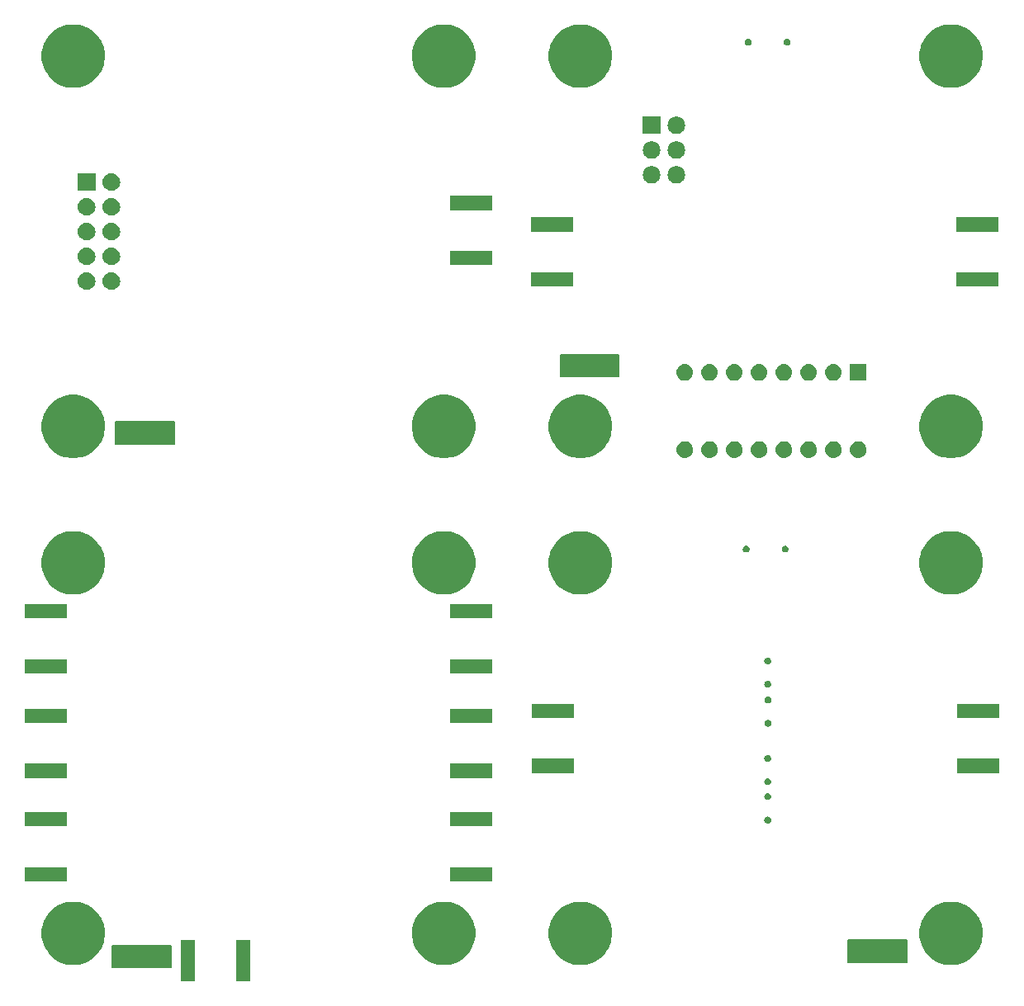
<source format=gbs>
%MOIN*%
%OFA0B0*%
%FSLAX46Y46*%
%IPPOS*%
%LPD*%
%ADD10C,0.005905511811023622*%
%ADD11C,0.0039370078740157488*%
%ADD22C,0.005905511811023622*%
%ADD23C,0.0039370078740157488*%
%ADD24C,0.005905511811023622*%
%ADD25C,0.0039370078740157488*%
%ADD26C,0.005905511811023622*%
%ADD27C,0.0039370078740157488*%
G01*
D10*
G36*
X0000356299Y0000147637D02*
X0000592519Y0000147637D01*
X0000592519Y0000059055D01*
X0000356299Y0000059055D01*
X0000356299Y0000147637D01*
G37*
X0000356299Y0000147637D02*
X0000592519Y0000147637D01*
X0000592519Y0000059055D01*
X0000356299Y0000059055D01*
X0000356299Y0000147637D01*
D11*
G36*
X0000911456Y0000001929D02*
X0000854291Y0000001929D01*
X0000854291Y0000171299D01*
X0000911456Y0000171299D01*
X0000911456Y0000001929D01*
X0000911456Y0000001929D01*
G37*
G36*
X0000689015Y0000001929D02*
X0000631850Y0000001929D01*
X0000631850Y0000171299D01*
X0000689015Y0000171299D01*
X0000689015Y0000001929D01*
X0000689015Y0000001929D01*
G37*
G36*
X0001717883Y0000322383D02*
X0001730247Y0000319923D01*
X0001753540Y0000310275D01*
X0001764941Y0000302657D01*
X0001774503Y0000296268D01*
X0001792331Y0000278440D01*
X0001792331Y0000278440D01*
X0001806338Y0000257477D01*
X0001811130Y0000245907D01*
X0001815986Y0000234184D01*
X0001820905Y0000209456D01*
X0001820905Y0000184244D01*
X0001818446Y0000171880D01*
X0001815986Y0000159516D01*
X0001806338Y0000136223D01*
X0001796585Y0000121626D01*
X0001792331Y0000115260D01*
X0001774503Y0000097432D01*
X0001774503Y0000097432D01*
X0001753540Y0000083425D01*
X0001730247Y0000073776D01*
X0001717883Y0000071317D01*
X0001705519Y0000068858D01*
X0001680307Y0000068858D01*
X0001667943Y0000071317D01*
X0001655579Y0000073776D01*
X0001632286Y0000083425D01*
X0001611323Y0000097432D01*
X0001611323Y0000097432D01*
X0001593495Y0000115260D01*
X0001589241Y0000121626D01*
X0001579488Y0000136223D01*
X0001569839Y0000159516D01*
X0001567380Y0000171880D01*
X0001564921Y0000184244D01*
X0001564921Y0000209456D01*
X0001569839Y0000234184D01*
X0001574695Y0000245907D01*
X0001579488Y0000257477D01*
X0001593495Y0000278440D01*
X0001593495Y0000278440D01*
X0001611323Y0000296268D01*
X0001620884Y0000302657D01*
X0001632286Y0000310275D01*
X0001655579Y0000319923D01*
X0001667943Y0000322383D01*
X0001680307Y0000324842D01*
X0001705519Y0000324842D01*
X0001717883Y0000322383D01*
X0001717883Y0000322383D01*
G37*
G36*
X0000221820Y0000322383D02*
X0000234184Y0000319923D01*
X0000257477Y0000310275D01*
X0000268878Y0000302657D01*
X0000278440Y0000296268D01*
X0000296268Y0000278440D01*
X0000296268Y0000278440D01*
X0000310275Y0000257477D01*
X0000315067Y0000245907D01*
X0000319923Y0000234184D01*
X0000324842Y0000209456D01*
X0000324842Y0000184244D01*
X0000322383Y0000171880D01*
X0000319923Y0000159516D01*
X0000310275Y0000136223D01*
X0000300522Y0000121626D01*
X0000296268Y0000115260D01*
X0000278440Y0000097432D01*
X0000278440Y0000097432D01*
X0000257477Y0000083425D01*
X0000234184Y0000073776D01*
X0000221820Y0000071317D01*
X0000209456Y0000068858D01*
X0000184244Y0000068858D01*
X0000171880Y0000071317D01*
X0000159516Y0000073776D01*
X0000136223Y0000083425D01*
X0000115260Y0000097432D01*
X0000115260Y0000097432D01*
X0000097432Y0000115260D01*
X0000093178Y0000121626D01*
X0000083425Y0000136223D01*
X0000073776Y0000159516D01*
X0000071317Y0000171880D01*
X0000068858Y0000184244D01*
X0000068858Y0000209456D01*
X0000073776Y0000234184D01*
X0000078632Y0000245907D01*
X0000083425Y0000257477D01*
X0000097432Y0000278440D01*
X0000097432Y0000278440D01*
X0000115260Y0000296268D01*
X0000124821Y0000302657D01*
X0000136223Y0000310275D01*
X0000159516Y0000319923D01*
X0000171880Y0000322383D01*
X0000184244Y0000324842D01*
X0000209456Y0000324842D01*
X0000221820Y0000322383D01*
X0000221820Y0000322383D01*
G37*
G36*
X0001887834Y0000407440D02*
X0001718464Y0000407440D01*
X0001718464Y0000464606D01*
X0001887834Y0000464606D01*
X0001887834Y0000407440D01*
X0001887834Y0000407440D01*
G37*
G36*
X0000171299Y0000407440D02*
X0000001929Y0000407440D01*
X0000001929Y0000464606D01*
X0000171299Y0000464606D01*
X0000171299Y0000407440D01*
X0000171299Y0000407440D01*
G37*
G36*
X0000171299Y0000629881D02*
X0000001929Y0000629881D01*
X0000001929Y0000687047D01*
X0000171299Y0000687047D01*
X0000171299Y0000629881D01*
X0000171299Y0000629881D01*
G37*
G36*
X0001887834Y0000629881D02*
X0001718464Y0000629881D01*
X0001718464Y0000687047D01*
X0001887834Y0000687047D01*
X0001887834Y0000629881D01*
X0001887834Y0000629881D01*
G37*
G36*
X0001887834Y0000824763D02*
X0001718464Y0000824763D01*
X0001718464Y0000881929D01*
X0001887834Y0000881929D01*
X0001887834Y0000824763D01*
X0001887834Y0000824763D01*
G37*
G36*
X0000171299Y0000824763D02*
X0000001929Y0000824763D01*
X0000001929Y0000881929D01*
X0000171299Y0000881929D01*
X0000171299Y0000824763D01*
X0000171299Y0000824763D01*
G37*
G36*
X0001887834Y0001047204D02*
X0001718464Y0001047204D01*
X0001718464Y0001104370D01*
X0001887834Y0001104370D01*
X0001887834Y0001047204D01*
X0001887834Y0001047204D01*
G37*
G36*
X0000171299Y0001047204D02*
X0000001929Y0001047204D01*
X0000001929Y0001104370D01*
X0000171299Y0001104370D01*
X0000171299Y0001047204D01*
X0000171299Y0001047204D01*
G37*
G36*
X0001887834Y0001246023D02*
X0001718464Y0001246023D01*
X0001718464Y0001303188D01*
X0001887834Y0001303188D01*
X0001887834Y0001246023D01*
X0001887834Y0001246023D01*
G37*
G36*
X0000171299Y0001246023D02*
X0000001929Y0001246023D01*
X0000001929Y0001303188D01*
X0000171299Y0001303188D01*
X0000171299Y0001246023D01*
X0000171299Y0001246023D01*
G37*
G36*
X0001887834Y0001468464D02*
X0001718464Y0001468464D01*
X0001718464Y0001525629D01*
X0001887834Y0001525629D01*
X0001887834Y0001468464D01*
X0001887834Y0001468464D01*
G37*
G36*
X0000171299Y0001468464D02*
X0000001929Y0001468464D01*
X0000001929Y0001525629D01*
X0000171299Y0001525629D01*
X0000171299Y0001468464D01*
X0000171299Y0001468464D01*
G37*
G36*
X0001717883Y0001818446D02*
X0001730247Y0001815986D01*
X0001753540Y0001806338D01*
X0001764941Y0001798720D01*
X0001774503Y0001792331D01*
X0001792331Y0001774503D01*
X0001792331Y0001774503D01*
X0001806338Y0001753540D01*
X0001811130Y0001741970D01*
X0001815986Y0001730247D01*
X0001820905Y0001705519D01*
X0001820905Y0001680307D01*
X0001818446Y0001667943D01*
X0001815986Y0001655579D01*
X0001806338Y0001632286D01*
X0001796585Y0001617689D01*
X0001792331Y0001611323D01*
X0001774503Y0001593495D01*
X0001774503Y0001593495D01*
X0001753540Y0001579488D01*
X0001730247Y0001569839D01*
X0001717883Y0001567380D01*
X0001705519Y0001564921D01*
X0001680307Y0001564921D01*
X0001667943Y0001567380D01*
X0001655579Y0001569839D01*
X0001632286Y0001579488D01*
X0001611323Y0001593495D01*
X0001611323Y0001593495D01*
X0001593495Y0001611323D01*
X0001589241Y0001617689D01*
X0001579488Y0001632286D01*
X0001569839Y0001655579D01*
X0001567380Y0001667943D01*
X0001564921Y0001680307D01*
X0001564921Y0001705519D01*
X0001569839Y0001730247D01*
X0001574695Y0001741970D01*
X0001579488Y0001753540D01*
X0001593495Y0001774503D01*
X0001593495Y0001774503D01*
X0001611323Y0001792331D01*
X0001620884Y0001798720D01*
X0001632286Y0001806338D01*
X0001655579Y0001815986D01*
X0001667943Y0001818446D01*
X0001680307Y0001820905D01*
X0001705519Y0001820905D01*
X0001717883Y0001818446D01*
X0001717883Y0001818446D01*
G37*
G36*
X0000221820Y0001818446D02*
X0000234184Y0001815986D01*
X0000257477Y0001806338D01*
X0000268878Y0001798720D01*
X0000278440Y0001792331D01*
X0000296268Y0001774503D01*
X0000296268Y0001774503D01*
X0000310275Y0001753540D01*
X0000315067Y0001741970D01*
X0000319923Y0001730247D01*
X0000324842Y0001705519D01*
X0000324842Y0001680307D01*
X0000322383Y0001667943D01*
X0000319923Y0001655579D01*
X0000310275Y0001632286D01*
X0000300522Y0001617689D01*
X0000296268Y0001611323D01*
X0000278440Y0001593495D01*
X0000278440Y0001593495D01*
X0000257477Y0001579488D01*
X0000234184Y0001569839D01*
X0000221820Y0001567380D01*
X0000209456Y0001564921D01*
X0000184244Y0001564921D01*
X0000171880Y0001567380D01*
X0000159516Y0001569839D01*
X0000136223Y0001579488D01*
X0000115260Y0001593495D01*
X0000115260Y0001593495D01*
X0000097432Y0001611323D01*
X0000093178Y0001617689D01*
X0000083425Y0001632286D01*
X0000073776Y0001655579D01*
X0000071317Y0001667943D01*
X0000068858Y0001680307D01*
X0000068858Y0001705519D01*
X0000073776Y0001730247D01*
X0000078632Y0001741970D01*
X0000083425Y0001753540D01*
X0000097432Y0001774503D01*
X0000097432Y0001774503D01*
X0000115260Y0001792331D01*
X0000124821Y0001798720D01*
X0000136223Y0001806338D01*
X0000159516Y0001815986D01*
X0000171880Y0001818446D01*
X0000184244Y0001820905D01*
X0000209456Y0001820905D01*
X0000221820Y0001818446D01*
X0000221820Y0001818446D01*
G37*
G04 next file*
G04 #@! TF.GenerationSoftware,KiCad,Pcbnew,(5.0.2)-1*
G04 #@! TF.CreationDate,2019-01-06T12:14:53+11:00*
G04 #@! TF.ProjectId,Filter_Bank_Dev_Rev_0,46696c74-6572-45f4-9261-6e6b5f446576,0*
G04 #@! TF.SameCoordinates,Original*
G04 #@! TF.FileFunction,Soldermask,Bot*
G04 #@! TF.FilePolarity,Negative*
G04 Gerber Fmt 4.6, Leading zero omitted, Abs format (unit mm)*
G04 Created by KiCad (PCBNEW (5.0.2)-1) date 6/01/2019 12:14:53*
G01*
G04 APERTURE LIST*
G04 APERTURE END LIST*
D22*
G04 #@! TO.C,REF\002A\002A*
G36*
X0003324803Y0000169291D02*
X0003561023Y0000169291D01*
X0003561023Y0000080708D01*
X0003324803Y0000080708D01*
X0003324803Y0000169291D01*
G37*
X0003324803Y0000169291D02*
X0003561023Y0000169291D01*
X0003561023Y0000080708D01*
X0003324803Y0000080708D01*
X0003324803Y0000169291D01*
D23*
G36*
X0003765127Y0000322383D02*
X0003777491Y0000319923D01*
X0003800784Y0000310275D01*
X0003812185Y0000302657D01*
X0003821747Y0000296268D01*
X0003839575Y0000278440D01*
X0003839575Y0000278440D01*
X0003853582Y0000257477D01*
X0003858374Y0000245907D01*
X0003863230Y0000234184D01*
X0003868149Y0000209456D01*
X0003868149Y0000184244D01*
X0003865690Y0000171880D01*
X0003863230Y0000159516D01*
X0003853582Y0000136223D01*
X0003843829Y0000121626D01*
X0003839575Y0000115260D01*
X0003821747Y0000097432D01*
X0003821747Y0000097432D01*
X0003800784Y0000083425D01*
X0003777491Y0000073776D01*
X0003765127Y0000071317D01*
X0003752763Y0000068858D01*
X0003727551Y0000068858D01*
X0003715187Y0000071317D01*
X0003702823Y0000073776D01*
X0003679530Y0000083425D01*
X0003658567Y0000097432D01*
X0003658567Y0000097432D01*
X0003640739Y0000115260D01*
X0003636485Y0000121626D01*
X0003626732Y0000136223D01*
X0003617083Y0000159516D01*
X0003614624Y0000171880D01*
X0003612165Y0000184244D01*
X0003612165Y0000209456D01*
X0003617083Y0000234184D01*
X0003621940Y0000245907D01*
X0003626732Y0000257477D01*
X0003640739Y0000278440D01*
X0003640739Y0000278440D01*
X0003658567Y0000296268D01*
X0003668129Y0000302657D01*
X0003679530Y0000310275D01*
X0003702823Y0000319923D01*
X0003715187Y0000322383D01*
X0003727551Y0000324842D01*
X0003752763Y0000324842D01*
X0003765127Y0000322383D01*
X0003765127Y0000322383D01*
G37*
G36*
X0002269064Y0000322383D02*
X0002281428Y0000319923D01*
X0002304721Y0000310275D01*
X0002316122Y0000302657D01*
X0002325684Y0000296268D01*
X0002343512Y0000278440D01*
X0002343512Y0000278440D01*
X0002357519Y0000257477D01*
X0002362311Y0000245907D01*
X0002367167Y0000234184D01*
X0002372086Y0000209456D01*
X0002372086Y0000184244D01*
X0002369627Y0000171880D01*
X0002367167Y0000159516D01*
X0002357519Y0000136223D01*
X0002347766Y0000121626D01*
X0002343512Y0000115260D01*
X0002325684Y0000097432D01*
X0002325684Y0000097432D01*
X0002304721Y0000083425D01*
X0002281428Y0000073776D01*
X0002269064Y0000071317D01*
X0002256700Y0000068858D01*
X0002231488Y0000068858D01*
X0002219124Y0000071317D01*
X0002206760Y0000073776D01*
X0002183467Y0000083425D01*
X0002162504Y0000097432D01*
X0002162504Y0000097432D01*
X0002144676Y0000115260D01*
X0002140422Y0000121626D01*
X0002130669Y0000136223D01*
X0002121021Y0000159516D01*
X0002118561Y0000171880D01*
X0002116102Y0000184244D01*
X0002116102Y0000209456D01*
X0002121021Y0000234184D01*
X0002125877Y0000245907D01*
X0002130669Y0000257477D01*
X0002144676Y0000278440D01*
X0002144676Y0000278440D01*
X0002162504Y0000296268D01*
X0002172066Y0000302657D01*
X0002183467Y0000310275D01*
X0002206760Y0000319923D01*
X0002219124Y0000322383D01*
X0002231488Y0000324842D01*
X0002256700Y0000324842D01*
X0002269064Y0000322383D01*
X0002269064Y0000322383D01*
G37*
G36*
X0003004030Y0000667913D02*
X0003006545Y0000666872D01*
X0003008809Y0000665359D01*
X0003010733Y0000663435D01*
X0003012246Y0000661171D01*
X0003013287Y0000658656D01*
X0003013818Y0000655987D01*
X0003013818Y0000653264D01*
X0003013287Y0000650595D01*
X0003012246Y0000648080D01*
X0003010733Y0000645816D01*
X0003008809Y0000643892D01*
X0003006545Y0000642379D01*
X0003004030Y0000641338D01*
X0003001361Y0000640807D01*
X0002998638Y0000640807D01*
X0002995969Y0000641338D01*
X0002993454Y0000642379D01*
X0002991190Y0000643892D01*
X0002989266Y0000645816D01*
X0002987753Y0000648080D01*
X0002986712Y0000650595D01*
X0002986181Y0000653264D01*
X0002986181Y0000655987D01*
X0002986712Y0000658656D01*
X0002987753Y0000661171D01*
X0002989266Y0000663435D01*
X0002991190Y0000665359D01*
X0002993454Y0000666872D01*
X0002995969Y0000667913D01*
X0002998638Y0000668444D01*
X0003001361Y0000668444D01*
X0003004030Y0000667913D01*
X0003004030Y0000667913D01*
G37*
G36*
X0003004030Y0000762401D02*
X0003006545Y0000761360D01*
X0003008809Y0000759847D01*
X0003010733Y0000757923D01*
X0003012246Y0000755659D01*
X0003013287Y0000753145D01*
X0003013818Y0000750475D01*
X0003013818Y0000747753D01*
X0003013287Y0000745083D01*
X0003012246Y0000742568D01*
X0003010733Y0000740305D01*
X0003008809Y0000738380D01*
X0003006545Y0000736868D01*
X0003004030Y0000735826D01*
X0003001361Y0000735295D01*
X0002998638Y0000735295D01*
X0002995969Y0000735826D01*
X0002993454Y0000736868D01*
X0002991190Y0000738380D01*
X0002989266Y0000740305D01*
X0002987753Y0000742568D01*
X0002986712Y0000745083D01*
X0002986181Y0000747753D01*
X0002986181Y0000750475D01*
X0002986712Y0000753145D01*
X0002987753Y0000755659D01*
X0002989266Y0000757923D01*
X0002991190Y0000759847D01*
X0002993454Y0000761360D01*
X0002995969Y0000762401D01*
X0002998638Y0000762933D01*
X0003001361Y0000762933D01*
X0003004030Y0000762401D01*
X0003004030Y0000762401D01*
G37*
G36*
X0003004030Y0000822342D02*
X0003006545Y0000821301D01*
X0003008809Y0000819788D01*
X0003010733Y0000817864D01*
X0003012246Y0000815600D01*
X0003013287Y0000813085D01*
X0003013818Y0000810416D01*
X0003013818Y0000807694D01*
X0003013287Y0000805024D01*
X0003012246Y0000802509D01*
X0003010733Y0000800246D01*
X0003008809Y0000798321D01*
X0003006545Y0000796808D01*
X0003004030Y0000795767D01*
X0003001361Y0000795236D01*
X0002998638Y0000795236D01*
X0002995969Y0000795767D01*
X0002993454Y0000796808D01*
X0002991190Y0000798321D01*
X0002989266Y0000800246D01*
X0002987753Y0000802509D01*
X0002986712Y0000805024D01*
X0002986181Y0000807694D01*
X0002986181Y0000810416D01*
X0002986712Y0000813085D01*
X0002987753Y0000815600D01*
X0002989266Y0000817864D01*
X0002991190Y0000819788D01*
X0002993454Y0000821301D01*
X0002995969Y0000822342D01*
X0002998638Y0000822873D01*
X0003001361Y0000822873D01*
X0003004030Y0000822342D01*
X0003004030Y0000822342D01*
G37*
G36*
X0003935078Y0000844448D02*
X0003765708Y0000844448D01*
X0003765708Y0000901614D01*
X0003935078Y0000901614D01*
X0003935078Y0000844448D01*
X0003935078Y0000844448D01*
G37*
G36*
X0002218543Y0000844448D02*
X0002049173Y0000844448D01*
X0002049173Y0000901614D01*
X0002218543Y0000901614D01*
X0002218543Y0000844448D01*
X0002218543Y0000844448D01*
G37*
G36*
X0003004030Y0000916831D02*
X0003006545Y0000915789D01*
X0003008809Y0000914277D01*
X0003010733Y0000912352D01*
X0003012246Y0000910088D01*
X0003013287Y0000907574D01*
X0003013818Y0000904904D01*
X0003013818Y0000902182D01*
X0003013287Y0000899512D01*
X0003012246Y0000896997D01*
X0003010733Y0000894734D01*
X0003008809Y0000892809D01*
X0003006545Y0000891297D01*
X0003004030Y0000890255D01*
X0003001361Y0000889724D01*
X0002998638Y0000889724D01*
X0002995969Y0000890255D01*
X0002993454Y0000891297D01*
X0002991190Y0000892809D01*
X0002989266Y0000894734D01*
X0002987753Y0000896997D01*
X0002986712Y0000899512D01*
X0002986181Y0000902182D01*
X0002986181Y0000904904D01*
X0002986712Y0000907574D01*
X0002987753Y0000910088D01*
X0002989266Y0000912352D01*
X0002991190Y0000914277D01*
X0002993454Y0000915789D01*
X0002995969Y0000916831D01*
X0002998638Y0000917362D01*
X0003001361Y0000917362D01*
X0003004030Y0000916831D01*
X0003004030Y0000916831D01*
G37*
G36*
X0003005999Y0001058563D02*
X0003008514Y0001057521D01*
X0003010777Y0001056009D01*
X0003012702Y0001054084D01*
X0003014214Y0001051821D01*
X0003015256Y0001049306D01*
X0003015787Y0001046636D01*
X0003015787Y0001043914D01*
X0003015256Y0001041244D01*
X0003014214Y0001038729D01*
X0003012702Y0001036466D01*
X0003010777Y0001034541D01*
X0003008514Y0001033029D01*
X0003005999Y0001031987D01*
X0003003329Y0001031456D01*
X0003000607Y0001031456D01*
X0002997937Y0001031987D01*
X0002995422Y0001033029D01*
X0002993159Y0001034541D01*
X0002991234Y0001036466D01*
X0002989722Y0001038729D01*
X0002988680Y0001041244D01*
X0002988149Y0001043914D01*
X0002988149Y0001046636D01*
X0002988680Y0001049306D01*
X0002989722Y0001051821D01*
X0002991234Y0001054084D01*
X0002993159Y0001056009D01*
X0002995422Y0001057521D01*
X0002997937Y0001058563D01*
X0003000607Y0001059094D01*
X0003003329Y0001059094D01*
X0003005999Y0001058563D01*
X0003005999Y0001058563D01*
G37*
G36*
X0003935078Y0001066889D02*
X0003765708Y0001066889D01*
X0003765708Y0001124055D01*
X0003935078Y0001124055D01*
X0003935078Y0001066889D01*
X0003935078Y0001066889D01*
G37*
G36*
X0002218543Y0001066889D02*
X0002049173Y0001066889D01*
X0002049173Y0001124055D01*
X0002218543Y0001124055D01*
X0002218543Y0001066889D01*
X0002218543Y0001066889D01*
G37*
G36*
X0003005999Y0001153051D02*
X0003008514Y0001152009D01*
X0003010777Y0001150497D01*
X0003012702Y0001148572D01*
X0003014214Y0001146309D01*
X0003015256Y0001143794D01*
X0003015787Y0001141124D01*
X0003015787Y0001138402D01*
X0003015256Y0001135732D01*
X0003014214Y0001133218D01*
X0003012702Y0001130954D01*
X0003010777Y0001129029D01*
X0003008514Y0001127517D01*
X0003005999Y0001126475D01*
X0003003329Y0001125944D01*
X0003000607Y0001125944D01*
X0002997937Y0001126475D01*
X0002995422Y0001127517D01*
X0002993159Y0001129029D01*
X0002991234Y0001130954D01*
X0002989722Y0001133218D01*
X0002988680Y0001135732D01*
X0002988149Y0001138402D01*
X0002988149Y0001141124D01*
X0002988680Y0001143794D01*
X0002989722Y0001146309D01*
X0002991234Y0001148572D01*
X0002993159Y0001150497D01*
X0002995422Y0001152009D01*
X0002997937Y0001153051D01*
X0003000607Y0001153582D01*
X0003003329Y0001153582D01*
X0003005999Y0001153051D01*
X0003005999Y0001153051D01*
G37*
G36*
X0003004030Y0001216043D02*
X0003006545Y0001215002D01*
X0003008809Y0001213489D01*
X0003010733Y0001211564D01*
X0003012246Y0001209301D01*
X0003013287Y0001206786D01*
X0003013818Y0001204116D01*
X0003013818Y0001201394D01*
X0003013287Y0001198725D01*
X0003012246Y0001196210D01*
X0003010733Y0001193946D01*
X0003008809Y0001192022D01*
X0003006545Y0001190509D01*
X0003004030Y0001189468D01*
X0003001361Y0001188936D01*
X0002998638Y0001188936D01*
X0002995969Y0001189468D01*
X0002993454Y0001190509D01*
X0002991190Y0001192022D01*
X0002989266Y0001193946D01*
X0002987753Y0001196210D01*
X0002986712Y0001198725D01*
X0002986181Y0001201394D01*
X0002986181Y0001204116D01*
X0002986712Y0001206786D01*
X0002987753Y0001209301D01*
X0002989266Y0001211564D01*
X0002991190Y0001213489D01*
X0002993454Y0001215002D01*
X0002995969Y0001216043D01*
X0002998638Y0001216574D01*
X0003001361Y0001216574D01*
X0003004030Y0001216043D01*
X0003004030Y0001216043D01*
G37*
G36*
X0003004030Y0001310531D02*
X0003006545Y0001309490D01*
X0003008809Y0001307977D01*
X0003010733Y0001306053D01*
X0003012246Y0001303789D01*
X0003013287Y0001301274D01*
X0003013818Y0001298605D01*
X0003013818Y0001295883D01*
X0003013287Y0001293213D01*
X0003012246Y0001290698D01*
X0003010733Y0001288435D01*
X0003008809Y0001286510D01*
X0003006545Y0001284997D01*
X0003004030Y0001283956D01*
X0003001361Y0001283425D01*
X0002998638Y0001283425D01*
X0002995969Y0001283956D01*
X0002993454Y0001284997D01*
X0002991190Y0001286510D01*
X0002989266Y0001288435D01*
X0002987753Y0001290698D01*
X0002986712Y0001293213D01*
X0002986181Y0001295883D01*
X0002986181Y0001298605D01*
X0002986712Y0001301274D01*
X0002987753Y0001303789D01*
X0002989266Y0001306053D01*
X0002991190Y0001307977D01*
X0002993454Y0001309490D01*
X0002995969Y0001310531D01*
X0002998638Y0001311062D01*
X0003001361Y0001311062D01*
X0003004030Y0001310531D01*
X0003004030Y0001310531D01*
G37*
G36*
X0003765127Y0001818446D02*
X0003777491Y0001815986D01*
X0003800784Y0001806338D01*
X0003812185Y0001798720D01*
X0003821747Y0001792331D01*
X0003839575Y0001774503D01*
X0003839575Y0001774503D01*
X0003853582Y0001753540D01*
X0003861262Y0001735000D01*
X0003863230Y0001730247D01*
X0003868149Y0001705519D01*
X0003868149Y0001680307D01*
X0003865690Y0001667943D01*
X0003863230Y0001655579D01*
X0003853582Y0001632286D01*
X0003843829Y0001617689D01*
X0003839575Y0001611323D01*
X0003821747Y0001593495D01*
X0003821747Y0001593495D01*
X0003800784Y0001579488D01*
X0003777491Y0001569839D01*
X0003765127Y0001567380D01*
X0003752763Y0001564921D01*
X0003727551Y0001564921D01*
X0003715187Y0001567380D01*
X0003702823Y0001569839D01*
X0003679530Y0001579488D01*
X0003658567Y0001593495D01*
X0003658567Y0001593495D01*
X0003640739Y0001611323D01*
X0003636485Y0001617689D01*
X0003626732Y0001632286D01*
X0003617083Y0001655579D01*
X0003614624Y0001667943D01*
X0003612165Y0001680307D01*
X0003612165Y0001705519D01*
X0003617083Y0001730247D01*
X0003619052Y0001735000D01*
X0003626732Y0001753540D01*
X0003640739Y0001774503D01*
X0003640739Y0001774503D01*
X0003658567Y0001792331D01*
X0003668129Y0001798720D01*
X0003679530Y0001806338D01*
X0003702823Y0001815986D01*
X0003715187Y0001818446D01*
X0003727551Y0001820905D01*
X0003752763Y0001820905D01*
X0003765127Y0001818446D01*
X0003765127Y0001818446D01*
G37*
G36*
X0002269064Y0001818446D02*
X0002281428Y0001815986D01*
X0002304721Y0001806338D01*
X0002316122Y0001798720D01*
X0002325684Y0001792331D01*
X0002343512Y0001774503D01*
X0002343512Y0001774503D01*
X0002357519Y0001753540D01*
X0002365199Y0001735000D01*
X0002367167Y0001730247D01*
X0002372086Y0001705519D01*
X0002372086Y0001680307D01*
X0002369627Y0001667943D01*
X0002367167Y0001655579D01*
X0002357519Y0001632286D01*
X0002347766Y0001617689D01*
X0002343512Y0001611323D01*
X0002325684Y0001593495D01*
X0002325684Y0001593495D01*
X0002304721Y0001579488D01*
X0002281428Y0001569839D01*
X0002269064Y0001567380D01*
X0002256700Y0001564921D01*
X0002231488Y0001564921D01*
X0002219124Y0001567380D01*
X0002206760Y0001569839D01*
X0002183467Y0001579488D01*
X0002162504Y0001593495D01*
X0002162504Y0001593495D01*
X0002144676Y0001611323D01*
X0002140422Y0001617689D01*
X0002130669Y0001632286D01*
X0002121021Y0001655579D01*
X0002118561Y0001667943D01*
X0002116102Y0001680307D01*
X0002116102Y0001705519D01*
X0002121021Y0001730247D01*
X0002122989Y0001735000D01*
X0002130669Y0001753540D01*
X0002144676Y0001774503D01*
X0002144676Y0001774503D01*
X0002162504Y0001792331D01*
X0002172066Y0001798720D01*
X0002183467Y0001806338D01*
X0002206760Y0001815986D01*
X0002219124Y0001818446D01*
X0002231488Y0001820905D01*
X0002256700Y0001820905D01*
X0002269064Y0001818446D01*
X0002269064Y0001818446D01*
G37*
G36*
X0003074896Y0001762106D02*
X0003077411Y0001761065D01*
X0003079675Y0001759552D01*
X0003081599Y0001757627D01*
X0003083112Y0001755364D01*
X0003084153Y0001752849D01*
X0003084685Y0001750179D01*
X0003084685Y0001747457D01*
X0003084153Y0001744788D01*
X0003083112Y0001742273D01*
X0003081599Y0001740009D01*
X0003079675Y0001738085D01*
X0003077411Y0001736572D01*
X0003074896Y0001735531D01*
X0003072227Y0001735000D01*
X0003069505Y0001735000D01*
X0003066835Y0001735531D01*
X0003064320Y0001736572D01*
X0003062057Y0001738085D01*
X0003060132Y0001740009D01*
X0003058620Y0001742273D01*
X0003057578Y0001744788D01*
X0003057047Y0001747457D01*
X0003057047Y0001750179D01*
X0003057578Y0001752849D01*
X0003058620Y0001755364D01*
X0003060132Y0001757627D01*
X0003062057Y0001759552D01*
X0003064320Y0001761065D01*
X0003066835Y0001762106D01*
X0003069505Y0001762637D01*
X0003072227Y0001762637D01*
X0003074896Y0001762106D01*
X0003074896Y0001762106D01*
G37*
G36*
X0002917416Y0001762106D02*
X0002919931Y0001761065D01*
X0002922194Y0001759552D01*
X0002924119Y0001757627D01*
X0002925631Y0001755364D01*
X0002926673Y0001752849D01*
X0002927204Y0001750179D01*
X0002927204Y0001747457D01*
X0002926673Y0001744788D01*
X0002925631Y0001742273D01*
X0002924119Y0001740009D01*
X0002922194Y0001738085D01*
X0002919931Y0001736572D01*
X0002917416Y0001735531D01*
X0002914746Y0001735000D01*
X0002912024Y0001735000D01*
X0002909355Y0001735531D01*
X0002906840Y0001736572D01*
X0002904576Y0001738085D01*
X0002902652Y0001740009D01*
X0002901139Y0001742273D01*
X0002900097Y0001744788D01*
X0002899566Y0001747457D01*
X0002899566Y0001750179D01*
X0002900097Y0001752849D01*
X0002901139Y0001755364D01*
X0002902652Y0001757627D01*
X0002904576Y0001759552D01*
X0002906840Y0001761065D01*
X0002909355Y0001762106D01*
X0002912024Y0001762637D01*
X0002914746Y0001762637D01*
X0002917416Y0001762106D01*
X0002917416Y0001762106D01*
G37*
G04 next file*
G04 #@! TF.GenerationSoftware,KiCad,Pcbnew,(5.0.2)-1*
G04 #@! TF.CreationDate,2019-01-06T11:55:21+11:00*
G04 #@! TF.ProjectId,Gain_Block_Dev_Rev_0,4761696e-5f42-46c6-9f63-6b5f4465765f,rev?*
G04 #@! TF.SameCoordinates,Original*
G04 #@! TF.FileFunction,Soldermask,Bot*
G04 #@! TF.FilePolarity,Negative*
G04 Gerber Fmt 4.6, Leading zero omitted, Abs format (unit mm)*
G04 Created by KiCad (PCBNEW (5.0.2)-1) date 6/01/2019 11:55:21*
G01*
G04 APERTURE LIST*
G04 APERTURE END LIST*
D24*
G04 #@! TO.C,REF\002A\002A*
G36*
X0002163385Y0002533464D02*
X0002399606Y0002533464D01*
X0002399606Y0002444881D01*
X0002163385Y0002444881D01*
X0002163385Y0002533464D01*
G37*
X0002163385Y0002533464D02*
X0002399606Y0002533464D01*
X0002399606Y0002444881D01*
X0002163385Y0002444881D01*
X0002163385Y0002533464D01*
D25*
G36*
X0003765127Y0002369627D02*
X0003777491Y0002367167D01*
X0003800784Y0002357519D01*
X0003812185Y0002349901D01*
X0003821747Y0002343512D01*
X0003839575Y0002325684D01*
X0003839575Y0002325684D01*
X0003853582Y0002304721D01*
X0003858374Y0002293151D01*
X0003863230Y0002281428D01*
X0003868149Y0002256700D01*
X0003868149Y0002231488D01*
X0003865690Y0002219124D01*
X0003863230Y0002206760D01*
X0003853582Y0002183467D01*
X0003844112Y0002169294D01*
X0003839575Y0002162504D01*
X0003821747Y0002144676D01*
X0003821747Y0002144676D01*
X0003800784Y0002130669D01*
X0003777491Y0002121021D01*
X0003765127Y0002118561D01*
X0003752763Y0002116102D01*
X0003727551Y0002116102D01*
X0003715187Y0002118561D01*
X0003702823Y0002121021D01*
X0003679530Y0002130669D01*
X0003658567Y0002144676D01*
X0003658567Y0002144676D01*
X0003640739Y0002162504D01*
X0003636202Y0002169294D01*
X0003626732Y0002183467D01*
X0003617083Y0002206760D01*
X0003614624Y0002219124D01*
X0003612165Y0002231488D01*
X0003612165Y0002256700D01*
X0003617083Y0002281428D01*
X0003621940Y0002293151D01*
X0003626732Y0002304721D01*
X0003640739Y0002325684D01*
X0003640739Y0002325684D01*
X0003658567Y0002343512D01*
X0003668129Y0002349901D01*
X0003679530Y0002357519D01*
X0003702823Y0002367167D01*
X0003715187Y0002369627D01*
X0003727551Y0002372086D01*
X0003752763Y0002372086D01*
X0003765127Y0002369627D01*
X0003765127Y0002369627D01*
G37*
G36*
X0002269064Y0002369627D02*
X0002281428Y0002367167D01*
X0002304721Y0002357519D01*
X0002316122Y0002349901D01*
X0002325684Y0002343512D01*
X0002343512Y0002325684D01*
X0002343512Y0002325684D01*
X0002357519Y0002304721D01*
X0002362311Y0002293151D01*
X0002367167Y0002281428D01*
X0002372086Y0002256700D01*
X0002372086Y0002231488D01*
X0002369627Y0002219124D01*
X0002367167Y0002206760D01*
X0002357519Y0002183467D01*
X0002348049Y0002169294D01*
X0002343512Y0002162504D01*
X0002325684Y0002144676D01*
X0002325684Y0002144676D01*
X0002304721Y0002130669D01*
X0002281428Y0002121021D01*
X0002269064Y0002118561D01*
X0002256700Y0002116102D01*
X0002231488Y0002116102D01*
X0002219124Y0002118561D01*
X0002206760Y0002121021D01*
X0002183467Y0002130669D01*
X0002162504Y0002144676D01*
X0002162504Y0002144676D01*
X0002144676Y0002162504D01*
X0002140139Y0002169294D01*
X0002130669Y0002183467D01*
X0002121021Y0002206760D01*
X0002118561Y0002219124D01*
X0002116102Y0002231488D01*
X0002116102Y0002256700D01*
X0002121021Y0002281428D01*
X0002125877Y0002293151D01*
X0002130669Y0002304721D01*
X0002144676Y0002325684D01*
X0002144676Y0002325684D01*
X0002162504Y0002343512D01*
X0002172066Y0002349901D01*
X0002183467Y0002357519D01*
X0002206760Y0002367167D01*
X0002219124Y0002369627D01*
X0002231488Y0002372086D01*
X0002256700Y0002372086D01*
X0002269064Y0002369627D01*
X0002269064Y0002369627D01*
G37*
G36*
X0002771922Y0002183609D02*
X0002771922Y0002183609D01*
X0002771922Y0002183609D01*
X0002778237Y0002181693D01*
X0002778237Y0002181693D01*
X0002778237Y0002181693D01*
X0002784058Y0002178582D01*
X0002789159Y0002174396D01*
X0002793346Y0002169294D01*
X0002796457Y0002163474D01*
X0002796457Y0002163474D01*
X0002796457Y0002163473D01*
X0002797655Y0002159525D01*
X0002798373Y0002157158D01*
X0002799020Y0002150590D01*
X0002798373Y0002144022D01*
X0002798373Y0002144022D01*
X0002798373Y0002144022D01*
X0002797515Y0002141195D01*
X0002796457Y0002137706D01*
X0002793346Y0002131886D01*
X0002789159Y0002126785D01*
X0002784058Y0002122598D01*
X0002778237Y0002119487D01*
X0002778237Y0002119487D01*
X0002778237Y0002119487D01*
X0002771922Y0002117571D01*
X0002771922Y0002117571D01*
X0002771922Y0002117571D01*
X0002767000Y0002117086D01*
X0002763708Y0002117086D01*
X0002758786Y0002117571D01*
X0002758786Y0002117571D01*
X0002758786Y0002117571D01*
X0002752470Y0002119487D01*
X0002752470Y0002119487D01*
X0002752470Y0002119487D01*
X0002746650Y0002122598D01*
X0002741548Y0002126785D01*
X0002737362Y0002131886D01*
X0002734251Y0002137706D01*
X0002733192Y0002141195D01*
X0002732335Y0002144022D01*
X0002732335Y0002144022D01*
X0002732335Y0002144022D01*
X0002731688Y0002150590D01*
X0002732335Y0002157158D01*
X0002733053Y0002159525D01*
X0002734250Y0002163473D01*
X0002734251Y0002163474D01*
X0002734251Y0002163474D01*
X0002737362Y0002169294D01*
X0002741548Y0002174396D01*
X0002746650Y0002178582D01*
X0002752470Y0002181693D01*
X0002752470Y0002181693D01*
X0002752470Y0002181693D01*
X0002758786Y0002183609D01*
X0002758786Y0002183609D01*
X0002758786Y0002183609D01*
X0002763708Y0002184094D01*
X0002767000Y0002184094D01*
X0002771922Y0002183609D01*
X0002771922Y0002183609D01*
G37*
G36*
X0002671922Y0002183609D02*
X0002671922Y0002183609D01*
X0002671922Y0002183609D01*
X0002678237Y0002181693D01*
X0002678237Y0002181693D01*
X0002678237Y0002181693D01*
X0002684058Y0002178582D01*
X0002689159Y0002174396D01*
X0002693346Y0002169294D01*
X0002696457Y0002163474D01*
X0002696457Y0002163474D01*
X0002696457Y0002163473D01*
X0002697655Y0002159525D01*
X0002698373Y0002157158D01*
X0002699020Y0002150590D01*
X0002698373Y0002144022D01*
X0002698373Y0002144022D01*
X0002698373Y0002144022D01*
X0002697515Y0002141195D01*
X0002696457Y0002137706D01*
X0002693346Y0002131886D01*
X0002689159Y0002126785D01*
X0002684058Y0002122598D01*
X0002678237Y0002119487D01*
X0002678237Y0002119487D01*
X0002678237Y0002119487D01*
X0002671922Y0002117571D01*
X0002671922Y0002117571D01*
X0002671922Y0002117571D01*
X0002667000Y0002117086D01*
X0002663708Y0002117086D01*
X0002658786Y0002117571D01*
X0002658786Y0002117571D01*
X0002658786Y0002117571D01*
X0002652470Y0002119487D01*
X0002652470Y0002119487D01*
X0002652470Y0002119487D01*
X0002646650Y0002122598D01*
X0002641548Y0002126785D01*
X0002637362Y0002131886D01*
X0002634251Y0002137706D01*
X0002633192Y0002141195D01*
X0002632335Y0002144022D01*
X0002632335Y0002144022D01*
X0002632335Y0002144022D01*
X0002631688Y0002150590D01*
X0002632335Y0002157158D01*
X0002633053Y0002159525D01*
X0002634250Y0002163473D01*
X0002634251Y0002163474D01*
X0002634251Y0002163474D01*
X0002637362Y0002169294D01*
X0002641548Y0002174396D01*
X0002646650Y0002178582D01*
X0002652470Y0002181693D01*
X0002652470Y0002181693D01*
X0002652470Y0002181693D01*
X0002658786Y0002183609D01*
X0002658786Y0002183609D01*
X0002658786Y0002183609D01*
X0002663708Y0002184094D01*
X0002667000Y0002184094D01*
X0002671922Y0002183609D01*
X0002671922Y0002183609D01*
G37*
G36*
X0002871922Y0002183609D02*
X0002871922Y0002183609D01*
X0002871922Y0002183609D01*
X0002878237Y0002181693D01*
X0002878237Y0002181693D01*
X0002878237Y0002181693D01*
X0002884058Y0002178582D01*
X0002889159Y0002174396D01*
X0002893346Y0002169294D01*
X0002896457Y0002163474D01*
X0002896457Y0002163474D01*
X0002896457Y0002163473D01*
X0002897655Y0002159525D01*
X0002898373Y0002157158D01*
X0002899020Y0002150590D01*
X0002898373Y0002144022D01*
X0002898373Y0002144022D01*
X0002898373Y0002144022D01*
X0002897515Y0002141195D01*
X0002896457Y0002137706D01*
X0002893346Y0002131886D01*
X0002889159Y0002126785D01*
X0002884058Y0002122598D01*
X0002878237Y0002119487D01*
X0002878237Y0002119487D01*
X0002878237Y0002119487D01*
X0002871922Y0002117571D01*
X0002871922Y0002117571D01*
X0002871922Y0002117571D01*
X0002867000Y0002117086D01*
X0002863708Y0002117086D01*
X0002858786Y0002117571D01*
X0002858786Y0002117571D01*
X0002858786Y0002117571D01*
X0002852470Y0002119487D01*
X0002852470Y0002119487D01*
X0002852470Y0002119487D01*
X0002846650Y0002122598D01*
X0002841548Y0002126785D01*
X0002837362Y0002131886D01*
X0002834251Y0002137706D01*
X0002833192Y0002141195D01*
X0002832335Y0002144022D01*
X0002832335Y0002144022D01*
X0002832335Y0002144022D01*
X0002831688Y0002150590D01*
X0002832335Y0002157158D01*
X0002833053Y0002159525D01*
X0002834250Y0002163473D01*
X0002834251Y0002163474D01*
X0002834251Y0002163474D01*
X0002837362Y0002169294D01*
X0002841548Y0002174396D01*
X0002846650Y0002178582D01*
X0002852470Y0002181693D01*
X0002852470Y0002181693D01*
X0002852470Y0002181693D01*
X0002858786Y0002183609D01*
X0002858786Y0002183609D01*
X0002858786Y0002183609D01*
X0002863708Y0002184094D01*
X0002867000Y0002184094D01*
X0002871922Y0002183609D01*
X0002871922Y0002183609D01*
G37*
G36*
X0002971922Y0002183609D02*
X0002971922Y0002183609D01*
X0002971922Y0002183609D01*
X0002978237Y0002181693D01*
X0002978237Y0002181693D01*
X0002978237Y0002181693D01*
X0002984058Y0002178582D01*
X0002989159Y0002174396D01*
X0002993346Y0002169294D01*
X0002996457Y0002163474D01*
X0002996457Y0002163474D01*
X0002996457Y0002163473D01*
X0002997655Y0002159525D01*
X0002998373Y0002157158D01*
X0002999020Y0002150590D01*
X0002998373Y0002144022D01*
X0002998373Y0002144022D01*
X0002998373Y0002144022D01*
X0002997515Y0002141195D01*
X0002996457Y0002137706D01*
X0002993346Y0002131886D01*
X0002989159Y0002126785D01*
X0002984058Y0002122598D01*
X0002978237Y0002119487D01*
X0002978237Y0002119487D01*
X0002978237Y0002119487D01*
X0002971922Y0002117571D01*
X0002971922Y0002117571D01*
X0002971922Y0002117571D01*
X0002967000Y0002117086D01*
X0002963708Y0002117086D01*
X0002958786Y0002117571D01*
X0002958786Y0002117571D01*
X0002958786Y0002117571D01*
X0002952470Y0002119487D01*
X0002952470Y0002119487D01*
X0002952470Y0002119487D01*
X0002946650Y0002122598D01*
X0002941548Y0002126785D01*
X0002937362Y0002131886D01*
X0002934251Y0002137706D01*
X0002933192Y0002141195D01*
X0002932335Y0002144022D01*
X0002932335Y0002144022D01*
X0002932335Y0002144022D01*
X0002931688Y0002150590D01*
X0002932335Y0002157158D01*
X0002933053Y0002159525D01*
X0002934250Y0002163473D01*
X0002934251Y0002163474D01*
X0002934251Y0002163474D01*
X0002937362Y0002169294D01*
X0002941548Y0002174396D01*
X0002946650Y0002178582D01*
X0002952470Y0002181693D01*
X0002952470Y0002181693D01*
X0002952470Y0002181693D01*
X0002958786Y0002183609D01*
X0002958786Y0002183609D01*
X0002958786Y0002183609D01*
X0002963708Y0002184094D01*
X0002967000Y0002184094D01*
X0002971922Y0002183609D01*
X0002971922Y0002183609D01*
G37*
G36*
X0003071922Y0002183609D02*
X0003071922Y0002183609D01*
X0003071922Y0002183609D01*
X0003078237Y0002181693D01*
X0003078237Y0002181693D01*
X0003078237Y0002181693D01*
X0003084058Y0002178582D01*
X0003089159Y0002174396D01*
X0003093346Y0002169294D01*
X0003096457Y0002163474D01*
X0003096457Y0002163474D01*
X0003096457Y0002163473D01*
X0003097655Y0002159525D01*
X0003098373Y0002157158D01*
X0003099020Y0002150590D01*
X0003098373Y0002144022D01*
X0003098373Y0002144022D01*
X0003098373Y0002144022D01*
X0003097515Y0002141195D01*
X0003096457Y0002137706D01*
X0003093346Y0002131886D01*
X0003089159Y0002126785D01*
X0003084058Y0002122598D01*
X0003078237Y0002119487D01*
X0003078237Y0002119487D01*
X0003078237Y0002119487D01*
X0003071922Y0002117571D01*
X0003071922Y0002117571D01*
X0003071922Y0002117571D01*
X0003067000Y0002117086D01*
X0003063708Y0002117086D01*
X0003058786Y0002117571D01*
X0003058786Y0002117571D01*
X0003058786Y0002117571D01*
X0003052470Y0002119487D01*
X0003052470Y0002119487D01*
X0003052470Y0002119487D01*
X0003046650Y0002122598D01*
X0003041548Y0002126785D01*
X0003037362Y0002131886D01*
X0003034251Y0002137706D01*
X0003033192Y0002141195D01*
X0003032335Y0002144022D01*
X0003032335Y0002144022D01*
X0003032335Y0002144022D01*
X0003031688Y0002150590D01*
X0003032335Y0002157158D01*
X0003033053Y0002159525D01*
X0003034250Y0002163473D01*
X0003034251Y0002163474D01*
X0003034251Y0002163474D01*
X0003037362Y0002169294D01*
X0003041548Y0002174396D01*
X0003046650Y0002178582D01*
X0003052470Y0002181693D01*
X0003052470Y0002181693D01*
X0003052470Y0002181693D01*
X0003058786Y0002183609D01*
X0003058786Y0002183609D01*
X0003058786Y0002183609D01*
X0003063708Y0002184094D01*
X0003067000Y0002184094D01*
X0003071922Y0002183609D01*
X0003071922Y0002183609D01*
G37*
G36*
X0003171922Y0002183609D02*
X0003171922Y0002183609D01*
X0003171922Y0002183609D01*
X0003178237Y0002181693D01*
X0003178237Y0002181693D01*
X0003178237Y0002181693D01*
X0003184058Y0002178582D01*
X0003189159Y0002174396D01*
X0003193346Y0002169294D01*
X0003196457Y0002163474D01*
X0003196457Y0002163474D01*
X0003196457Y0002163473D01*
X0003197655Y0002159525D01*
X0003198373Y0002157158D01*
X0003199020Y0002150590D01*
X0003198373Y0002144022D01*
X0003198373Y0002144022D01*
X0003198373Y0002144022D01*
X0003197515Y0002141195D01*
X0003196457Y0002137706D01*
X0003193346Y0002131886D01*
X0003189159Y0002126785D01*
X0003184058Y0002122598D01*
X0003178237Y0002119487D01*
X0003178237Y0002119487D01*
X0003178237Y0002119487D01*
X0003171922Y0002117571D01*
X0003171922Y0002117571D01*
X0003171922Y0002117571D01*
X0003167000Y0002117086D01*
X0003163708Y0002117086D01*
X0003158786Y0002117571D01*
X0003158786Y0002117571D01*
X0003158786Y0002117571D01*
X0003152470Y0002119487D01*
X0003152470Y0002119487D01*
X0003152470Y0002119487D01*
X0003146650Y0002122598D01*
X0003141548Y0002126785D01*
X0003137362Y0002131886D01*
X0003134251Y0002137706D01*
X0003133192Y0002141195D01*
X0003132335Y0002144022D01*
X0003132335Y0002144022D01*
X0003132335Y0002144022D01*
X0003131688Y0002150590D01*
X0003132335Y0002157158D01*
X0003133053Y0002159525D01*
X0003134250Y0002163473D01*
X0003134250Y0002163474D01*
X0003134251Y0002163474D01*
X0003137362Y0002169294D01*
X0003141548Y0002174396D01*
X0003146650Y0002178582D01*
X0003152470Y0002181693D01*
X0003152470Y0002181693D01*
X0003152470Y0002181693D01*
X0003158786Y0002183609D01*
X0003158786Y0002183609D01*
X0003158786Y0002183609D01*
X0003163708Y0002184094D01*
X0003167000Y0002184094D01*
X0003171922Y0002183609D01*
X0003171922Y0002183609D01*
G37*
G36*
X0003271922Y0002183609D02*
X0003271922Y0002183609D01*
X0003271922Y0002183609D01*
X0003278237Y0002181693D01*
X0003278237Y0002181693D01*
X0003278237Y0002181693D01*
X0003284058Y0002178582D01*
X0003289159Y0002174396D01*
X0003293346Y0002169294D01*
X0003296457Y0002163474D01*
X0003296457Y0002163474D01*
X0003296457Y0002163473D01*
X0003297655Y0002159525D01*
X0003298373Y0002157158D01*
X0003299020Y0002150590D01*
X0003298373Y0002144022D01*
X0003298373Y0002144022D01*
X0003298373Y0002144022D01*
X0003297515Y0002141195D01*
X0003296457Y0002137706D01*
X0003293346Y0002131886D01*
X0003289159Y0002126785D01*
X0003284058Y0002122598D01*
X0003278237Y0002119487D01*
X0003278237Y0002119487D01*
X0003278237Y0002119487D01*
X0003271922Y0002117571D01*
X0003271922Y0002117571D01*
X0003271922Y0002117571D01*
X0003267000Y0002117086D01*
X0003263708Y0002117086D01*
X0003258786Y0002117571D01*
X0003258786Y0002117571D01*
X0003258786Y0002117571D01*
X0003252470Y0002119487D01*
X0003252470Y0002119487D01*
X0003252470Y0002119487D01*
X0003246650Y0002122598D01*
X0003241548Y0002126785D01*
X0003237362Y0002131886D01*
X0003234251Y0002137706D01*
X0003233192Y0002141195D01*
X0003232335Y0002144022D01*
X0003232335Y0002144022D01*
X0003232335Y0002144022D01*
X0003231688Y0002150590D01*
X0003232335Y0002157158D01*
X0003233053Y0002159525D01*
X0003234250Y0002163473D01*
X0003234251Y0002163474D01*
X0003234251Y0002163474D01*
X0003237362Y0002169294D01*
X0003241548Y0002174396D01*
X0003246650Y0002178582D01*
X0003252470Y0002181693D01*
X0003252470Y0002181693D01*
X0003252470Y0002181693D01*
X0003258786Y0002183609D01*
X0003258786Y0002183609D01*
X0003258786Y0002183609D01*
X0003263708Y0002184094D01*
X0003267000Y0002184094D01*
X0003271922Y0002183609D01*
X0003271922Y0002183609D01*
G37*
G36*
X0003371922Y0002183609D02*
X0003371922Y0002183609D01*
X0003371922Y0002183609D01*
X0003378237Y0002181693D01*
X0003378237Y0002181693D01*
X0003378237Y0002181693D01*
X0003384058Y0002178582D01*
X0003389159Y0002174396D01*
X0003393346Y0002169294D01*
X0003396457Y0002163474D01*
X0003396457Y0002163474D01*
X0003396457Y0002163473D01*
X0003397655Y0002159525D01*
X0003398373Y0002157158D01*
X0003399020Y0002150590D01*
X0003398373Y0002144022D01*
X0003398373Y0002144022D01*
X0003398373Y0002144022D01*
X0003397515Y0002141195D01*
X0003396457Y0002137706D01*
X0003393346Y0002131886D01*
X0003389159Y0002126785D01*
X0003384058Y0002122598D01*
X0003378237Y0002119487D01*
X0003378237Y0002119487D01*
X0003378237Y0002119487D01*
X0003371922Y0002117571D01*
X0003371922Y0002117571D01*
X0003371922Y0002117571D01*
X0003367000Y0002117086D01*
X0003363708Y0002117086D01*
X0003358786Y0002117571D01*
X0003358786Y0002117571D01*
X0003358786Y0002117571D01*
X0003352470Y0002119487D01*
X0003352470Y0002119487D01*
X0003352470Y0002119487D01*
X0003346650Y0002122598D01*
X0003341548Y0002126785D01*
X0003337361Y0002131886D01*
X0003334251Y0002137706D01*
X0003333192Y0002141195D01*
X0003332335Y0002144022D01*
X0003332335Y0002144022D01*
X0003332335Y0002144022D01*
X0003331688Y0002150590D01*
X0003332335Y0002157158D01*
X0003333053Y0002159525D01*
X0003334250Y0002163473D01*
X0003334251Y0002163474D01*
X0003334251Y0002163474D01*
X0003337361Y0002169294D01*
X0003341548Y0002174396D01*
X0003346650Y0002178582D01*
X0003352470Y0002181693D01*
X0003352470Y0002181693D01*
X0003352470Y0002181693D01*
X0003358786Y0002183609D01*
X0003358786Y0002183609D01*
X0003358786Y0002183609D01*
X0003363708Y0002184094D01*
X0003367000Y0002184094D01*
X0003371922Y0002183609D01*
X0003371922Y0002183609D01*
G37*
G36*
X0003398858Y0002428897D02*
X0003331850Y0002428897D01*
X0003331850Y0002495905D01*
X0003398858Y0002495905D01*
X0003398858Y0002428897D01*
X0003398858Y0002428897D01*
G37*
G36*
X0003271922Y0002495420D02*
X0003271922Y0002495420D01*
X0003271922Y0002495420D01*
X0003278237Y0002493504D01*
X0003278237Y0002493504D01*
X0003278237Y0002493504D01*
X0003284058Y0002490393D01*
X0003289159Y0002486207D01*
X0003293346Y0002481105D01*
X0003296457Y0002475285D01*
X0003298373Y0002468969D01*
X0003299020Y0002462401D01*
X0003298373Y0002455833D01*
X0003296457Y0002449517D01*
X0003293346Y0002443697D01*
X0003289159Y0002438596D01*
X0003284058Y0002434409D01*
X0003278237Y0002431298D01*
X0003278237Y0002431298D01*
X0003278237Y0002431298D01*
X0003271922Y0002429382D01*
X0003271922Y0002429382D01*
X0003271922Y0002429382D01*
X0003267000Y0002428897D01*
X0003263708Y0002428897D01*
X0003258786Y0002429382D01*
X0003258786Y0002429382D01*
X0003258786Y0002429382D01*
X0003252470Y0002431298D01*
X0003252470Y0002431298D01*
X0003252470Y0002431298D01*
X0003246650Y0002434409D01*
X0003241548Y0002438596D01*
X0003237362Y0002443697D01*
X0003234251Y0002449517D01*
X0003232335Y0002455833D01*
X0003231688Y0002462401D01*
X0003232335Y0002468969D01*
X0003234251Y0002475285D01*
X0003237362Y0002481105D01*
X0003241548Y0002486207D01*
X0003246650Y0002490393D01*
X0003252470Y0002493504D01*
X0003252470Y0002493504D01*
X0003252470Y0002493504D01*
X0003258786Y0002495420D01*
X0003258786Y0002495420D01*
X0003258786Y0002495420D01*
X0003263708Y0002495905D01*
X0003267000Y0002495905D01*
X0003271922Y0002495420D01*
X0003271922Y0002495420D01*
G37*
G36*
X0002871922Y0002495420D02*
X0002871922Y0002495420D01*
X0002871922Y0002495420D01*
X0002878237Y0002493504D01*
X0002878237Y0002493504D01*
X0002878237Y0002493504D01*
X0002884058Y0002490393D01*
X0002889159Y0002486207D01*
X0002893346Y0002481105D01*
X0002896457Y0002475285D01*
X0002898373Y0002468969D01*
X0002899020Y0002462401D01*
X0002898373Y0002455833D01*
X0002896457Y0002449517D01*
X0002893346Y0002443697D01*
X0002889159Y0002438596D01*
X0002884058Y0002434409D01*
X0002878237Y0002431298D01*
X0002878237Y0002431298D01*
X0002878237Y0002431298D01*
X0002871922Y0002429382D01*
X0002871922Y0002429382D01*
X0002871922Y0002429382D01*
X0002867000Y0002428897D01*
X0002863708Y0002428897D01*
X0002858786Y0002429382D01*
X0002858786Y0002429382D01*
X0002858786Y0002429382D01*
X0002852470Y0002431298D01*
X0002852470Y0002431298D01*
X0002852470Y0002431298D01*
X0002846650Y0002434409D01*
X0002841548Y0002438596D01*
X0002837362Y0002443697D01*
X0002834251Y0002449517D01*
X0002832335Y0002455833D01*
X0002831688Y0002462401D01*
X0002832335Y0002468969D01*
X0002834251Y0002475285D01*
X0002837362Y0002481105D01*
X0002841548Y0002486207D01*
X0002846650Y0002490393D01*
X0002852470Y0002493504D01*
X0002852470Y0002493504D01*
X0002852470Y0002493504D01*
X0002858786Y0002495420D01*
X0002858786Y0002495420D01*
X0002858786Y0002495420D01*
X0002863708Y0002495905D01*
X0002867000Y0002495905D01*
X0002871922Y0002495420D01*
X0002871922Y0002495420D01*
G37*
G36*
X0003171922Y0002495420D02*
X0003171922Y0002495420D01*
X0003171922Y0002495420D01*
X0003178237Y0002493504D01*
X0003178237Y0002493504D01*
X0003178237Y0002493504D01*
X0003184058Y0002490393D01*
X0003189159Y0002486207D01*
X0003193346Y0002481105D01*
X0003196457Y0002475285D01*
X0003198373Y0002468969D01*
X0003199020Y0002462401D01*
X0003198373Y0002455833D01*
X0003196457Y0002449517D01*
X0003193346Y0002443697D01*
X0003189159Y0002438596D01*
X0003184058Y0002434409D01*
X0003178237Y0002431298D01*
X0003178237Y0002431298D01*
X0003178237Y0002431298D01*
X0003171922Y0002429382D01*
X0003171922Y0002429382D01*
X0003171922Y0002429382D01*
X0003167000Y0002428897D01*
X0003163708Y0002428897D01*
X0003158786Y0002429382D01*
X0003158786Y0002429382D01*
X0003158786Y0002429382D01*
X0003152470Y0002431298D01*
X0003152470Y0002431298D01*
X0003152470Y0002431298D01*
X0003146650Y0002434409D01*
X0003141548Y0002438596D01*
X0003137362Y0002443697D01*
X0003134251Y0002449517D01*
X0003132335Y0002455833D01*
X0003131688Y0002462401D01*
X0003132335Y0002468969D01*
X0003134251Y0002475285D01*
X0003137362Y0002481105D01*
X0003141548Y0002486207D01*
X0003146650Y0002490393D01*
X0003152470Y0002493504D01*
X0003152470Y0002493504D01*
X0003152470Y0002493504D01*
X0003158786Y0002495420D01*
X0003158786Y0002495420D01*
X0003158786Y0002495420D01*
X0003163708Y0002495905D01*
X0003167000Y0002495905D01*
X0003171922Y0002495420D01*
X0003171922Y0002495420D01*
G37*
G36*
X0002971922Y0002495420D02*
X0002971922Y0002495420D01*
X0002971922Y0002495420D01*
X0002978237Y0002493504D01*
X0002978237Y0002493504D01*
X0002978237Y0002493504D01*
X0002984058Y0002490393D01*
X0002989159Y0002486207D01*
X0002993346Y0002481105D01*
X0002996457Y0002475285D01*
X0002998373Y0002468969D01*
X0002999020Y0002462401D01*
X0002998373Y0002455833D01*
X0002996457Y0002449517D01*
X0002993346Y0002443697D01*
X0002989159Y0002438596D01*
X0002984058Y0002434409D01*
X0002978237Y0002431298D01*
X0002978237Y0002431298D01*
X0002978237Y0002431298D01*
X0002971922Y0002429382D01*
X0002971922Y0002429382D01*
X0002971922Y0002429382D01*
X0002967000Y0002428897D01*
X0002963708Y0002428897D01*
X0002958786Y0002429382D01*
X0002958786Y0002429382D01*
X0002958786Y0002429382D01*
X0002952470Y0002431298D01*
X0002952470Y0002431298D01*
X0002952470Y0002431298D01*
X0002946650Y0002434409D01*
X0002941548Y0002438596D01*
X0002937362Y0002443697D01*
X0002934251Y0002449517D01*
X0002932335Y0002455833D01*
X0002931688Y0002462401D01*
X0002932335Y0002468969D01*
X0002934251Y0002475285D01*
X0002937362Y0002481105D01*
X0002941548Y0002486207D01*
X0002946650Y0002490393D01*
X0002952470Y0002493504D01*
X0002952470Y0002493504D01*
X0002952470Y0002493504D01*
X0002958786Y0002495420D01*
X0002958786Y0002495420D01*
X0002958786Y0002495420D01*
X0002963708Y0002495905D01*
X0002967000Y0002495905D01*
X0002971922Y0002495420D01*
X0002971922Y0002495420D01*
G37*
G36*
X0002671922Y0002495420D02*
X0002671922Y0002495420D01*
X0002671922Y0002495420D01*
X0002678237Y0002493504D01*
X0002678237Y0002493504D01*
X0002678237Y0002493504D01*
X0002684058Y0002490393D01*
X0002689159Y0002486207D01*
X0002693346Y0002481105D01*
X0002696457Y0002475285D01*
X0002698373Y0002468969D01*
X0002699020Y0002462401D01*
X0002698373Y0002455833D01*
X0002696457Y0002449517D01*
X0002693346Y0002443697D01*
X0002689159Y0002438596D01*
X0002684058Y0002434409D01*
X0002678237Y0002431298D01*
X0002678237Y0002431298D01*
X0002678237Y0002431298D01*
X0002671922Y0002429382D01*
X0002671922Y0002429382D01*
X0002671922Y0002429382D01*
X0002667000Y0002428897D01*
X0002663708Y0002428897D01*
X0002658786Y0002429382D01*
X0002658786Y0002429382D01*
X0002658786Y0002429382D01*
X0002652470Y0002431298D01*
X0002652470Y0002431298D01*
X0002652470Y0002431298D01*
X0002646650Y0002434409D01*
X0002641548Y0002438596D01*
X0002637362Y0002443697D01*
X0002634251Y0002449517D01*
X0002632335Y0002455833D01*
X0002631688Y0002462401D01*
X0002632335Y0002468969D01*
X0002634251Y0002475285D01*
X0002637362Y0002481105D01*
X0002641548Y0002486207D01*
X0002646650Y0002490393D01*
X0002652470Y0002493504D01*
X0002652470Y0002493504D01*
X0002652470Y0002493504D01*
X0002658786Y0002495420D01*
X0002658786Y0002495420D01*
X0002658786Y0002495420D01*
X0002663708Y0002495905D01*
X0002667000Y0002495905D01*
X0002671922Y0002495420D01*
X0002671922Y0002495420D01*
G37*
G36*
X0002771922Y0002495420D02*
X0002771922Y0002495420D01*
X0002771922Y0002495420D01*
X0002778237Y0002493504D01*
X0002778237Y0002493504D01*
X0002778237Y0002493504D01*
X0002784058Y0002490393D01*
X0002789159Y0002486207D01*
X0002793346Y0002481105D01*
X0002796457Y0002475285D01*
X0002798373Y0002468969D01*
X0002799020Y0002462401D01*
X0002798373Y0002455833D01*
X0002796457Y0002449517D01*
X0002793346Y0002443697D01*
X0002789159Y0002438596D01*
X0002784058Y0002434409D01*
X0002778237Y0002431298D01*
X0002778237Y0002431298D01*
X0002778237Y0002431298D01*
X0002771922Y0002429382D01*
X0002771922Y0002429382D01*
X0002771922Y0002429382D01*
X0002767000Y0002428897D01*
X0002763708Y0002428897D01*
X0002758786Y0002429382D01*
X0002758786Y0002429382D01*
X0002758786Y0002429382D01*
X0002752470Y0002431298D01*
X0002752470Y0002431298D01*
X0002752470Y0002431298D01*
X0002746650Y0002434409D01*
X0002741548Y0002438596D01*
X0002737362Y0002443697D01*
X0002734251Y0002449517D01*
X0002732335Y0002455833D01*
X0002731688Y0002462401D01*
X0002732335Y0002468969D01*
X0002734251Y0002475285D01*
X0002737362Y0002481105D01*
X0002741548Y0002486207D01*
X0002746650Y0002490393D01*
X0002752470Y0002493504D01*
X0002752470Y0002493504D01*
X0002752470Y0002493504D01*
X0002758786Y0002495420D01*
X0002758786Y0002495420D01*
X0002758786Y0002495420D01*
X0002763708Y0002495905D01*
X0002767000Y0002495905D01*
X0002771922Y0002495420D01*
X0002771922Y0002495420D01*
G37*
G36*
X0003071922Y0002495420D02*
X0003071922Y0002495420D01*
X0003071922Y0002495420D01*
X0003078237Y0002493504D01*
X0003078237Y0002493504D01*
X0003078237Y0002493504D01*
X0003084058Y0002490393D01*
X0003089159Y0002486207D01*
X0003093346Y0002481105D01*
X0003096457Y0002475285D01*
X0003098373Y0002468969D01*
X0003099020Y0002462401D01*
X0003098373Y0002455833D01*
X0003096457Y0002449517D01*
X0003093346Y0002443697D01*
X0003089159Y0002438596D01*
X0003084058Y0002434409D01*
X0003078237Y0002431298D01*
X0003078237Y0002431298D01*
X0003078237Y0002431298D01*
X0003071922Y0002429382D01*
X0003071922Y0002429382D01*
X0003071922Y0002429382D01*
X0003067000Y0002428897D01*
X0003063708Y0002428897D01*
X0003058786Y0002429382D01*
X0003058786Y0002429382D01*
X0003058786Y0002429382D01*
X0003052470Y0002431298D01*
X0003052470Y0002431298D01*
X0003052470Y0002431298D01*
X0003046650Y0002434409D01*
X0003041548Y0002438596D01*
X0003037362Y0002443697D01*
X0003034251Y0002449517D01*
X0003032335Y0002455833D01*
X0003031688Y0002462401D01*
X0003032335Y0002468969D01*
X0003034251Y0002475285D01*
X0003037362Y0002481105D01*
X0003041548Y0002486207D01*
X0003046650Y0002490393D01*
X0003052470Y0002493504D01*
X0003052470Y0002493504D01*
X0003052470Y0002493504D01*
X0003058786Y0002495420D01*
X0003058786Y0002495420D01*
X0003058786Y0002495420D01*
X0003063708Y0002495905D01*
X0003067000Y0002495905D01*
X0003071922Y0002495420D01*
X0003071922Y0002495420D01*
G37*
G36*
X0003931141Y0002809015D02*
X0003761771Y0002809015D01*
X0003761771Y0002866181D01*
X0003931141Y0002866181D01*
X0003931141Y0002809015D01*
X0003931141Y0002809015D01*
G37*
G36*
X0002214606Y0002809015D02*
X0002045236Y0002809015D01*
X0002045236Y0002866181D01*
X0002214606Y0002866181D01*
X0002214606Y0002809015D01*
X0002214606Y0002809015D01*
G37*
G36*
X0002214606Y0003031456D02*
X0002045236Y0003031456D01*
X0002045236Y0003088622D01*
X0002214606Y0003088622D01*
X0002214606Y0003031456D01*
X0002214606Y0003031456D01*
G37*
G36*
X0003931141Y0003031456D02*
X0003761771Y0003031456D01*
X0003761771Y0003088622D01*
X0003931141Y0003088622D01*
X0003931141Y0003031456D01*
X0003931141Y0003031456D01*
G37*
G36*
X0002535844Y0003295845D02*
X0002538449Y0003295589D01*
X0002542907Y0003294236D01*
X0002545136Y0003293560D01*
X0002550593Y0003290643D01*
X0002551298Y0003290266D01*
X0002552705Y0003289112D01*
X0002556700Y0003285834D01*
X0002559978Y0003281839D01*
X0002561132Y0003280432D01*
X0002561133Y0003280432D01*
X0002564426Y0003274270D01*
X0002564426Y0003274270D01*
X0002566455Y0003267583D01*
X0002567140Y0003260629D01*
X0002566455Y0003253676D01*
X0002565102Y0003249218D01*
X0002564426Y0003246989D01*
X0002561509Y0003241532D01*
X0002561132Y0003240827D01*
X0002559978Y0003239420D01*
X0002556700Y0003235425D01*
X0002552705Y0003232147D01*
X0002551298Y0003230992D01*
X0002551298Y0003230992D01*
X0002545136Y0003227699D01*
X0002542907Y0003227022D01*
X0002538449Y0003225670D01*
X0002535844Y0003225414D01*
X0002533238Y0003225157D01*
X0002529753Y0003225157D01*
X0002527147Y0003225414D01*
X0002524542Y0003225670D01*
X0002520084Y0003227022D01*
X0002517855Y0003227699D01*
X0002511693Y0003230992D01*
X0002511693Y0003230992D01*
X0002510286Y0003232147D01*
X0002506291Y0003235425D01*
X0002503013Y0003239420D01*
X0002501859Y0003240827D01*
X0002501482Y0003241532D01*
X0002498565Y0003246989D01*
X0002497889Y0003249218D01*
X0002496536Y0003253676D01*
X0002495851Y0003260629D01*
X0002496536Y0003267583D01*
X0002498565Y0003274270D01*
X0002498565Y0003274270D01*
X0002501859Y0003280432D01*
X0002501859Y0003280432D01*
X0002503013Y0003281839D01*
X0002506291Y0003285834D01*
X0002510286Y0003289112D01*
X0002511693Y0003290266D01*
X0002512398Y0003290643D01*
X0002517855Y0003293560D01*
X0002520084Y0003294236D01*
X0002524542Y0003295589D01*
X0002527147Y0003295845D01*
X0002529753Y0003296102D01*
X0002533238Y0003296102D01*
X0002535844Y0003295845D01*
X0002535844Y0003295845D01*
G37*
G36*
X0002635844Y0003295845D02*
X0002638449Y0003295589D01*
X0002642907Y0003294236D01*
X0002645136Y0003293560D01*
X0002650593Y0003290643D01*
X0002651298Y0003290266D01*
X0002652705Y0003289112D01*
X0002656700Y0003285834D01*
X0002659978Y0003281839D01*
X0002661132Y0003280432D01*
X0002661133Y0003280432D01*
X0002664426Y0003274270D01*
X0002664426Y0003274270D01*
X0002666455Y0003267583D01*
X0002667140Y0003260629D01*
X0002666455Y0003253676D01*
X0002665102Y0003249218D01*
X0002664426Y0003246989D01*
X0002661509Y0003241532D01*
X0002661132Y0003240827D01*
X0002659978Y0003239420D01*
X0002656700Y0003235425D01*
X0002652705Y0003232147D01*
X0002651298Y0003230992D01*
X0002651298Y0003230992D01*
X0002645136Y0003227699D01*
X0002642907Y0003227022D01*
X0002638449Y0003225670D01*
X0002635844Y0003225414D01*
X0002633238Y0003225157D01*
X0002629753Y0003225157D01*
X0002627147Y0003225414D01*
X0002624542Y0003225670D01*
X0002620084Y0003227022D01*
X0002617855Y0003227699D01*
X0002611693Y0003230992D01*
X0002611693Y0003230992D01*
X0002610286Y0003232147D01*
X0002606291Y0003235425D01*
X0002603013Y0003239420D01*
X0002601859Y0003240827D01*
X0002601482Y0003241532D01*
X0002598565Y0003246989D01*
X0002597889Y0003249218D01*
X0002596536Y0003253676D01*
X0002595852Y0003260629D01*
X0002596536Y0003267583D01*
X0002598565Y0003274270D01*
X0002598565Y0003274270D01*
X0002601859Y0003280432D01*
X0002601859Y0003280432D01*
X0002603013Y0003281839D01*
X0002606291Y0003285834D01*
X0002610286Y0003289112D01*
X0002611693Y0003290266D01*
X0002612398Y0003290643D01*
X0002617855Y0003293560D01*
X0002620084Y0003294236D01*
X0002624542Y0003295589D01*
X0002627147Y0003295845D01*
X0002629753Y0003296102D01*
X0002633238Y0003296102D01*
X0002635844Y0003295845D01*
X0002635844Y0003295845D01*
G37*
G36*
X0002535844Y0003395845D02*
X0002538449Y0003395589D01*
X0002542907Y0003394236D01*
X0002545136Y0003393560D01*
X0002550593Y0003390643D01*
X0002551298Y0003390266D01*
X0002552705Y0003389112D01*
X0002556700Y0003385834D01*
X0002559978Y0003381839D01*
X0002561132Y0003380432D01*
X0002561133Y0003380432D01*
X0002564426Y0003374270D01*
X0002564426Y0003374270D01*
X0002566455Y0003367583D01*
X0002567140Y0003360629D01*
X0002566455Y0003353676D01*
X0002565102Y0003349218D01*
X0002564426Y0003346989D01*
X0002561509Y0003341532D01*
X0002561132Y0003340827D01*
X0002559978Y0003339420D01*
X0002556700Y0003335425D01*
X0002552705Y0003332147D01*
X0002551298Y0003330992D01*
X0002551298Y0003330992D01*
X0002545136Y0003327699D01*
X0002542907Y0003327022D01*
X0002538449Y0003325670D01*
X0002535844Y0003325414D01*
X0002533238Y0003325157D01*
X0002529753Y0003325157D01*
X0002527147Y0003325414D01*
X0002524542Y0003325670D01*
X0002520084Y0003327022D01*
X0002517855Y0003327699D01*
X0002511693Y0003330992D01*
X0002511693Y0003330992D01*
X0002510286Y0003332147D01*
X0002506291Y0003335425D01*
X0002503013Y0003339420D01*
X0002501859Y0003340827D01*
X0002501482Y0003341532D01*
X0002498565Y0003346989D01*
X0002497889Y0003349218D01*
X0002496536Y0003353676D01*
X0002495851Y0003360629D01*
X0002496536Y0003367583D01*
X0002498565Y0003374270D01*
X0002498565Y0003374270D01*
X0002501859Y0003380432D01*
X0002501859Y0003380432D01*
X0002503013Y0003381839D01*
X0002506291Y0003385834D01*
X0002510286Y0003389112D01*
X0002511693Y0003390266D01*
X0002512398Y0003390643D01*
X0002517855Y0003393560D01*
X0002520084Y0003394236D01*
X0002524542Y0003395589D01*
X0002527147Y0003395845D01*
X0002529753Y0003396102D01*
X0002533238Y0003396102D01*
X0002535844Y0003395845D01*
X0002535844Y0003395845D01*
G37*
G36*
X0002635844Y0003395845D02*
X0002638449Y0003395589D01*
X0002642907Y0003394236D01*
X0002645136Y0003393560D01*
X0002650593Y0003390643D01*
X0002651298Y0003390266D01*
X0002652705Y0003389112D01*
X0002656700Y0003385834D01*
X0002659978Y0003381839D01*
X0002661132Y0003380432D01*
X0002661133Y0003380432D01*
X0002664426Y0003374270D01*
X0002664426Y0003374270D01*
X0002666455Y0003367583D01*
X0002667140Y0003360629D01*
X0002666455Y0003353676D01*
X0002665102Y0003349218D01*
X0002664426Y0003346989D01*
X0002661509Y0003341532D01*
X0002661132Y0003340827D01*
X0002659978Y0003339420D01*
X0002656700Y0003335425D01*
X0002652705Y0003332147D01*
X0002651298Y0003330992D01*
X0002651298Y0003330992D01*
X0002645136Y0003327699D01*
X0002642907Y0003327022D01*
X0002638449Y0003325670D01*
X0002635844Y0003325414D01*
X0002633238Y0003325157D01*
X0002629753Y0003325157D01*
X0002627147Y0003325414D01*
X0002624542Y0003325670D01*
X0002620084Y0003327022D01*
X0002617855Y0003327699D01*
X0002611693Y0003330992D01*
X0002611693Y0003330992D01*
X0002610286Y0003332147D01*
X0002606291Y0003335425D01*
X0002603013Y0003339420D01*
X0002601859Y0003340827D01*
X0002601482Y0003341532D01*
X0002598565Y0003346989D01*
X0002597889Y0003349218D01*
X0002596536Y0003353676D01*
X0002595852Y0003360629D01*
X0002596536Y0003367583D01*
X0002598565Y0003374270D01*
X0002598565Y0003374270D01*
X0002601859Y0003380432D01*
X0002601859Y0003380432D01*
X0002603013Y0003381839D01*
X0002606291Y0003385834D01*
X0002610286Y0003389112D01*
X0002611693Y0003390266D01*
X0002612398Y0003390643D01*
X0002617855Y0003393560D01*
X0002620084Y0003394236D01*
X0002624542Y0003395589D01*
X0002627147Y0003395845D01*
X0002629753Y0003396102D01*
X0002633238Y0003396102D01*
X0002635844Y0003395845D01*
X0002635844Y0003395845D01*
G37*
G36*
X0002566968Y0003425157D02*
X0002496023Y0003425157D01*
X0002496023Y0003496102D01*
X0002566968Y0003496102D01*
X0002566968Y0003425157D01*
X0002566968Y0003425157D01*
G37*
G36*
X0002635844Y0003495845D02*
X0002638449Y0003495589D01*
X0002642907Y0003494236D01*
X0002645136Y0003493560D01*
X0002650593Y0003490643D01*
X0002651298Y0003490266D01*
X0002652705Y0003489112D01*
X0002656700Y0003485834D01*
X0002659978Y0003481839D01*
X0002661132Y0003480432D01*
X0002661133Y0003480432D01*
X0002664426Y0003474270D01*
X0002664426Y0003474270D01*
X0002666455Y0003467583D01*
X0002667140Y0003460629D01*
X0002666455Y0003453676D01*
X0002665102Y0003449218D01*
X0002664426Y0003446989D01*
X0002661509Y0003441532D01*
X0002661132Y0003440827D01*
X0002659978Y0003439420D01*
X0002656700Y0003435425D01*
X0002652705Y0003432147D01*
X0002651298Y0003430992D01*
X0002651298Y0003430992D01*
X0002645136Y0003427699D01*
X0002642907Y0003427022D01*
X0002638449Y0003425670D01*
X0002635844Y0003425414D01*
X0002633238Y0003425157D01*
X0002629753Y0003425157D01*
X0002627147Y0003425414D01*
X0002624542Y0003425670D01*
X0002620084Y0003427022D01*
X0002617855Y0003427699D01*
X0002611693Y0003430992D01*
X0002611693Y0003430992D01*
X0002610286Y0003432147D01*
X0002606291Y0003435425D01*
X0002603013Y0003439420D01*
X0002601859Y0003440827D01*
X0002601482Y0003441532D01*
X0002598565Y0003446989D01*
X0002597889Y0003449218D01*
X0002596536Y0003453676D01*
X0002595852Y0003460629D01*
X0002596536Y0003467583D01*
X0002598565Y0003474270D01*
X0002598565Y0003474270D01*
X0002601859Y0003480432D01*
X0002601859Y0003480432D01*
X0002603013Y0003481839D01*
X0002606291Y0003485834D01*
X0002610286Y0003489112D01*
X0002611693Y0003490266D01*
X0002612398Y0003490643D01*
X0002617855Y0003493560D01*
X0002620084Y0003494236D01*
X0002624542Y0003495589D01*
X0002627147Y0003495845D01*
X0002629753Y0003496102D01*
X0002633238Y0003496102D01*
X0002635844Y0003495845D01*
X0002635844Y0003495845D01*
G37*
G36*
X0002269064Y0003865690D02*
X0002281428Y0003863230D01*
X0002304721Y0003853582D01*
X0002316122Y0003845964D01*
X0002325684Y0003839575D01*
X0002343512Y0003821747D01*
X0002343512Y0003821747D01*
X0002357519Y0003800784D01*
X0002365199Y0003782244D01*
X0002367167Y0003777491D01*
X0002372086Y0003752763D01*
X0002372086Y0003727551D01*
X0002369627Y0003715187D01*
X0002367167Y0003702823D01*
X0002357519Y0003679530D01*
X0002347766Y0003664933D01*
X0002343512Y0003658567D01*
X0002325684Y0003640739D01*
X0002325684Y0003640739D01*
X0002304721Y0003626732D01*
X0002281428Y0003617084D01*
X0002269064Y0003614624D01*
X0002256700Y0003612165D01*
X0002231488Y0003612165D01*
X0002219124Y0003614624D01*
X0002206760Y0003617084D01*
X0002183467Y0003626732D01*
X0002162504Y0003640739D01*
X0002162504Y0003640739D01*
X0002144676Y0003658567D01*
X0002140422Y0003664933D01*
X0002130669Y0003679530D01*
X0002121021Y0003702823D01*
X0002118561Y0003715187D01*
X0002116102Y0003727551D01*
X0002116102Y0003752763D01*
X0002121021Y0003777491D01*
X0002122989Y0003782244D01*
X0002130669Y0003800784D01*
X0002144676Y0003821747D01*
X0002144676Y0003821747D01*
X0002162504Y0003839575D01*
X0002172066Y0003845964D01*
X0002183467Y0003853582D01*
X0002206760Y0003863230D01*
X0002219124Y0003865690D01*
X0002231488Y0003868149D01*
X0002256700Y0003868149D01*
X0002269064Y0003865690D01*
X0002269064Y0003865690D01*
G37*
G36*
X0003765127Y0003865690D02*
X0003777491Y0003863230D01*
X0003800784Y0003853582D01*
X0003812185Y0003845964D01*
X0003821747Y0003839575D01*
X0003839575Y0003821747D01*
X0003839575Y0003821747D01*
X0003853582Y0003800784D01*
X0003861262Y0003782244D01*
X0003863230Y0003777491D01*
X0003868149Y0003752763D01*
X0003868149Y0003727551D01*
X0003865690Y0003715187D01*
X0003863230Y0003702823D01*
X0003853582Y0003679530D01*
X0003843829Y0003664933D01*
X0003839575Y0003658567D01*
X0003821747Y0003640739D01*
X0003821747Y0003640739D01*
X0003800784Y0003626732D01*
X0003777491Y0003617084D01*
X0003765127Y0003614624D01*
X0003752763Y0003612165D01*
X0003727551Y0003612165D01*
X0003715187Y0003614624D01*
X0003702823Y0003617084D01*
X0003679530Y0003626732D01*
X0003658567Y0003640739D01*
X0003658567Y0003640739D01*
X0003640739Y0003658567D01*
X0003636485Y0003664933D01*
X0003626732Y0003679530D01*
X0003617083Y0003702823D01*
X0003614624Y0003715187D01*
X0003612165Y0003727551D01*
X0003612165Y0003752763D01*
X0003617083Y0003777491D01*
X0003619052Y0003782244D01*
X0003626732Y0003800784D01*
X0003640739Y0003821747D01*
X0003640739Y0003821747D01*
X0003658567Y0003839575D01*
X0003668129Y0003845964D01*
X0003679530Y0003853582D01*
X0003702823Y0003863230D01*
X0003715187Y0003865690D01*
X0003727551Y0003868149D01*
X0003752763Y0003868149D01*
X0003765127Y0003865690D01*
X0003765127Y0003865690D01*
G37*
G36*
X0003082770Y0003809350D02*
X0003085285Y0003808309D01*
X0003087549Y0003806796D01*
X0003089473Y0003804872D01*
X0003090986Y0003802608D01*
X0003092027Y0003800093D01*
X0003092559Y0003797424D01*
X0003092559Y0003794701D01*
X0003092027Y0003792032D01*
X0003090986Y0003789517D01*
X0003089473Y0003787253D01*
X0003087549Y0003785329D01*
X0003085285Y0003783816D01*
X0003082770Y0003782775D01*
X0003080101Y0003782244D01*
X0003077379Y0003782244D01*
X0003074709Y0003782775D01*
X0003072194Y0003783816D01*
X0003069931Y0003785329D01*
X0003068006Y0003787253D01*
X0003066494Y0003789517D01*
X0003065452Y0003792032D01*
X0003064921Y0003794701D01*
X0003064921Y0003797424D01*
X0003065452Y0003800093D01*
X0003066494Y0003802608D01*
X0003068006Y0003804872D01*
X0003069931Y0003806796D01*
X0003072194Y0003808309D01*
X0003074709Y0003809350D01*
X0003077379Y0003809881D01*
X0003080101Y0003809881D01*
X0003082770Y0003809350D01*
X0003082770Y0003809350D01*
G37*
G36*
X0002925290Y0003809350D02*
X0002927805Y0003808309D01*
X0002930068Y0003806796D01*
X0002931993Y0003804872D01*
X0002933505Y0003802608D01*
X0002934547Y0003800093D01*
X0002935078Y0003797424D01*
X0002935078Y0003794701D01*
X0002934547Y0003792032D01*
X0002933505Y0003789517D01*
X0002931993Y0003787253D01*
X0002930068Y0003785329D01*
X0002927805Y0003783816D01*
X0002925290Y0003782775D01*
X0002922620Y0003782244D01*
X0002919898Y0003782244D01*
X0002917229Y0003782775D01*
X0002914714Y0003783816D01*
X0002912450Y0003785329D01*
X0002910526Y0003787253D01*
X0002909013Y0003789517D01*
X0002907972Y0003792032D01*
X0002907440Y0003794701D01*
X0002907440Y0003797424D01*
X0002907972Y0003800093D01*
X0002909013Y0003802608D01*
X0002910526Y0003804872D01*
X0002912450Y0003806796D01*
X0002914714Y0003808309D01*
X0002917229Y0003809350D01*
X0002919898Y0003809881D01*
X0002922620Y0003809881D01*
X0002925290Y0003809350D01*
X0002925290Y0003809350D01*
G37*
G04 next file*
G04 #@! TF.GenerationSoftware,KiCad,Pcbnew,(5.0.2)-1*
G04 #@! TF.CreationDate,2019-01-06T11:57:04+11:00*
G04 #@! TF.ProjectId,MAX2870_Dev_Rev_0,4d415832-3837-4305-9f44-65765f526576,rev?*
G04 #@! TF.SameCoordinates,Original*
G04 #@! TF.FileFunction,Soldermask,Bot*
G04 #@! TF.FilePolarity,Negative*
G04 Gerber Fmt 4.6, Leading zero omitted, Abs format (unit mm)*
G04 Created by KiCad (PCBNEW (5.0.2)-1) date 6/01/2019 11:57:04*
G01*
G04 APERTURE LIST*
G04 APERTURE END LIST*
D26*
G04 #@! TO.C,REF\002A\002A*
G36*
X0000368110Y0002261811D02*
X0000604330Y0002261811D01*
X0000604330Y0002173228D01*
X0000368110Y0002173228D01*
X0000368110Y0002261811D01*
G37*
X0000368110Y0002261811D02*
X0000604330Y0002261811D01*
X0000604330Y0002173228D01*
X0000368110Y0002173228D01*
X0000368110Y0002261811D01*
D27*
G36*
X0000221820Y0002369627D02*
X0000234184Y0002367167D01*
X0000257477Y0002357519D01*
X0000268878Y0002349901D01*
X0000278440Y0002343512D01*
X0000296268Y0002325684D01*
X0000296268Y0002325684D01*
X0000310275Y0002304721D01*
X0000315067Y0002293151D01*
X0000319923Y0002281428D01*
X0000324842Y0002256700D01*
X0000324842Y0002231488D01*
X0000322383Y0002219124D01*
X0000319923Y0002206760D01*
X0000310275Y0002183467D01*
X0000300522Y0002168870D01*
X0000296268Y0002162504D01*
X0000278440Y0002144676D01*
X0000278440Y0002144676D01*
X0000257477Y0002130669D01*
X0000234184Y0002121021D01*
X0000221820Y0002118561D01*
X0000209456Y0002116102D01*
X0000184244Y0002116102D01*
X0000171880Y0002118561D01*
X0000159516Y0002121021D01*
X0000136223Y0002130669D01*
X0000115260Y0002144676D01*
X0000115260Y0002144676D01*
X0000097432Y0002162504D01*
X0000093178Y0002168870D01*
X0000083425Y0002183467D01*
X0000073776Y0002206760D01*
X0000071317Y0002219124D01*
X0000068858Y0002231488D01*
X0000068858Y0002256700D01*
X0000073776Y0002281428D01*
X0000078632Y0002293151D01*
X0000083425Y0002304721D01*
X0000097432Y0002325684D01*
X0000097432Y0002325684D01*
X0000115260Y0002343512D01*
X0000124821Y0002349901D01*
X0000136223Y0002357519D01*
X0000159516Y0002367167D01*
X0000171880Y0002369627D01*
X0000184244Y0002372086D01*
X0000209456Y0002372086D01*
X0000221820Y0002369627D01*
X0000221820Y0002369627D01*
G37*
G36*
X0001717883Y0002369627D02*
X0001730247Y0002367167D01*
X0001753540Y0002357519D01*
X0001764941Y0002349901D01*
X0001774503Y0002343512D01*
X0001792331Y0002325684D01*
X0001792331Y0002325684D01*
X0001806338Y0002304721D01*
X0001811130Y0002293151D01*
X0001815986Y0002281428D01*
X0001820905Y0002256700D01*
X0001820905Y0002231488D01*
X0001818446Y0002219124D01*
X0001815986Y0002206760D01*
X0001806338Y0002183467D01*
X0001796585Y0002168870D01*
X0001792331Y0002162504D01*
X0001774503Y0002144676D01*
X0001774503Y0002144676D01*
X0001753540Y0002130669D01*
X0001730247Y0002121021D01*
X0001717883Y0002118561D01*
X0001705519Y0002116102D01*
X0001680307Y0002116102D01*
X0001667943Y0002118561D01*
X0001655579Y0002121021D01*
X0001632286Y0002130669D01*
X0001611323Y0002144676D01*
X0001611323Y0002144676D01*
X0001593495Y0002162504D01*
X0001589241Y0002168870D01*
X0001579488Y0002183467D01*
X0001569839Y0002206760D01*
X0001567380Y0002219124D01*
X0001564921Y0002231488D01*
X0001564921Y0002256700D01*
X0001569839Y0002281428D01*
X0001574695Y0002293151D01*
X0001579488Y0002304721D01*
X0001593495Y0002325684D01*
X0001593495Y0002325684D01*
X0001611323Y0002343512D01*
X0001620884Y0002349901D01*
X0001632286Y0002357519D01*
X0001655579Y0002367167D01*
X0001667943Y0002369627D01*
X0001680307Y0002372086D01*
X0001705519Y0002372086D01*
X0001717883Y0002369627D01*
X0001717883Y0002369627D01*
G37*
G36*
X0000255529Y0002866711D02*
X0000258134Y0002866455D01*
X0000262592Y0002865102D01*
X0000264821Y0002864426D01*
X0000270279Y0002861509D01*
X0000270983Y0002861132D01*
X0000272390Y0002859978D01*
X0000276385Y0002856700D01*
X0000279663Y0002852705D01*
X0000280818Y0002851298D01*
X0000280818Y0002851298D01*
X0000284111Y0002845136D01*
X0000284111Y0002845136D01*
X0000286140Y0002838449D01*
X0000286825Y0002831496D01*
X0000286140Y0002824542D01*
X0000284787Y0002820084D01*
X0000284111Y0002817855D01*
X0000281194Y0002812398D01*
X0000280818Y0002811693D01*
X0000279663Y0002810286D01*
X0000276385Y0002806291D01*
X0000272390Y0002803013D01*
X0000270983Y0002801859D01*
X0000270983Y0002801859D01*
X0000264821Y0002798565D01*
X0000262592Y0002797889D01*
X0000258134Y0002796536D01*
X0000255529Y0002796280D01*
X0000252923Y0002796023D01*
X0000249438Y0002796023D01*
X0000246832Y0002796280D01*
X0000244227Y0002796536D01*
X0000239769Y0002797889D01*
X0000237540Y0002798565D01*
X0000231378Y0002801859D01*
X0000231378Y0002801859D01*
X0000229971Y0002803013D01*
X0000225976Y0002806291D01*
X0000222698Y0002810286D01*
X0000221544Y0002811693D01*
X0000221167Y0002812398D01*
X0000218250Y0002817855D01*
X0000217574Y0002820084D01*
X0000216221Y0002824542D01*
X0000215537Y0002831496D01*
X0000216221Y0002838449D01*
X0000218250Y0002845136D01*
X0000218250Y0002845136D01*
X0000221544Y0002851298D01*
X0000221544Y0002851298D01*
X0000222698Y0002852705D01*
X0000225976Y0002856700D01*
X0000229971Y0002859978D01*
X0000231378Y0002861132D01*
X0000232083Y0002861509D01*
X0000237540Y0002864426D01*
X0000239769Y0002865102D01*
X0000244227Y0002866455D01*
X0000246832Y0002866711D01*
X0000249438Y0002866968D01*
X0000252923Y0002866968D01*
X0000255529Y0002866711D01*
X0000255529Y0002866711D01*
G37*
G36*
X0000355529Y0002866711D02*
X0000358134Y0002866455D01*
X0000362592Y0002865102D01*
X0000364821Y0002864426D01*
X0000370278Y0002861509D01*
X0000370983Y0002861132D01*
X0000372390Y0002859978D01*
X0000376385Y0002856700D01*
X0000379663Y0002852705D01*
X0000380817Y0002851298D01*
X0000380818Y0002851298D01*
X0000384111Y0002845136D01*
X0000384111Y0002845136D01*
X0000386140Y0002838449D01*
X0000386825Y0002831496D01*
X0000386140Y0002824542D01*
X0000384788Y0002820084D01*
X0000384111Y0002817855D01*
X0000381194Y0002812398D01*
X0000380817Y0002811693D01*
X0000379663Y0002810286D01*
X0000376385Y0002806291D01*
X0000372390Y0002803013D01*
X0000370983Y0002801859D01*
X0000370983Y0002801859D01*
X0000364821Y0002798565D01*
X0000362592Y0002797889D01*
X0000358134Y0002796536D01*
X0000355529Y0002796280D01*
X0000352923Y0002796023D01*
X0000349438Y0002796023D01*
X0000346832Y0002796280D01*
X0000344227Y0002796536D01*
X0000339769Y0002797889D01*
X0000337540Y0002798565D01*
X0000331378Y0002801859D01*
X0000331378Y0002801859D01*
X0000329971Y0002803013D01*
X0000325976Y0002806291D01*
X0000322698Y0002810286D01*
X0000321544Y0002811693D01*
X0000321167Y0002812398D01*
X0000318250Y0002817855D01*
X0000317574Y0002820084D01*
X0000316221Y0002824542D01*
X0000315537Y0002831496D01*
X0000316221Y0002838449D01*
X0000318250Y0002845136D01*
X0000318250Y0002845136D01*
X0000321544Y0002851298D01*
X0000321544Y0002851298D01*
X0000322698Y0002852705D01*
X0000325976Y0002856700D01*
X0000329971Y0002859978D01*
X0000331378Y0002861132D01*
X0000332083Y0002861509D01*
X0000337540Y0002864426D01*
X0000339769Y0002865102D01*
X0000344227Y0002866455D01*
X0000346832Y0002866711D01*
X0000349438Y0002866968D01*
X0000352923Y0002866968D01*
X0000355529Y0002866711D01*
X0000355529Y0002866711D01*
G37*
G36*
X0001887834Y0002895629D02*
X0001718464Y0002895629D01*
X0001718464Y0002952795D01*
X0001887834Y0002952795D01*
X0001887834Y0002895629D01*
X0001887834Y0002895629D01*
G37*
G36*
X0000355529Y0002966711D02*
X0000358134Y0002966455D01*
X0000362592Y0002965102D01*
X0000364821Y0002964426D01*
X0000370278Y0002961509D01*
X0000370983Y0002961132D01*
X0000372390Y0002959978D01*
X0000376385Y0002956700D01*
X0000379589Y0002952795D01*
X0000380817Y0002951298D01*
X0000380818Y0002951298D01*
X0000384111Y0002945136D01*
X0000384111Y0002945136D01*
X0000386140Y0002938449D01*
X0000386825Y0002931496D01*
X0000386140Y0002924542D01*
X0000384788Y0002920084D01*
X0000384111Y0002917855D01*
X0000381194Y0002912398D01*
X0000380817Y0002911693D01*
X0000379663Y0002910286D01*
X0000376385Y0002906291D01*
X0000372390Y0002903013D01*
X0000370983Y0002901859D01*
X0000370983Y0002901859D01*
X0000364821Y0002898565D01*
X0000362592Y0002897889D01*
X0000358134Y0002896536D01*
X0000355529Y0002896280D01*
X0000352923Y0002896023D01*
X0000349438Y0002896023D01*
X0000346832Y0002896280D01*
X0000344227Y0002896536D01*
X0000339769Y0002897889D01*
X0000337540Y0002898565D01*
X0000331378Y0002901859D01*
X0000331378Y0002901859D01*
X0000329971Y0002903013D01*
X0000325976Y0002906291D01*
X0000322698Y0002910286D01*
X0000321544Y0002911693D01*
X0000321167Y0002912398D01*
X0000318250Y0002917855D01*
X0000317574Y0002920084D01*
X0000316221Y0002924542D01*
X0000315537Y0002931496D01*
X0000316221Y0002938449D01*
X0000318250Y0002945136D01*
X0000318250Y0002945136D01*
X0000321544Y0002951298D01*
X0000321544Y0002951298D01*
X0000322772Y0002952795D01*
X0000325976Y0002956700D01*
X0000329971Y0002959978D01*
X0000331378Y0002961132D01*
X0000332083Y0002961509D01*
X0000337540Y0002964426D01*
X0000339769Y0002965102D01*
X0000344227Y0002966455D01*
X0000346832Y0002966711D01*
X0000349438Y0002966968D01*
X0000352923Y0002966968D01*
X0000355529Y0002966711D01*
X0000355529Y0002966711D01*
G37*
G36*
X0000255529Y0002966711D02*
X0000258134Y0002966455D01*
X0000262592Y0002965102D01*
X0000264821Y0002964426D01*
X0000270279Y0002961509D01*
X0000270983Y0002961132D01*
X0000272390Y0002959978D01*
X0000276385Y0002956700D01*
X0000279589Y0002952795D01*
X0000280818Y0002951298D01*
X0000280818Y0002951298D01*
X0000284111Y0002945136D01*
X0000284111Y0002945136D01*
X0000286140Y0002938449D01*
X0000286825Y0002931496D01*
X0000286140Y0002924542D01*
X0000284787Y0002920084D01*
X0000284111Y0002917855D01*
X0000281194Y0002912398D01*
X0000280818Y0002911693D01*
X0000279663Y0002910286D01*
X0000276385Y0002906291D01*
X0000272390Y0002903013D01*
X0000270983Y0002901859D01*
X0000270983Y0002901859D01*
X0000264821Y0002898565D01*
X0000262592Y0002897889D01*
X0000258134Y0002896536D01*
X0000255529Y0002896280D01*
X0000252923Y0002896023D01*
X0000249438Y0002896023D01*
X0000246832Y0002896280D01*
X0000244227Y0002896536D01*
X0000239769Y0002897889D01*
X0000237540Y0002898565D01*
X0000231378Y0002901859D01*
X0000231378Y0002901859D01*
X0000229971Y0002903013D01*
X0000225976Y0002906291D01*
X0000222698Y0002910286D01*
X0000221544Y0002911693D01*
X0000221167Y0002912398D01*
X0000218250Y0002917855D01*
X0000217574Y0002920084D01*
X0000216221Y0002924542D01*
X0000215537Y0002931496D01*
X0000216221Y0002938449D01*
X0000218250Y0002945136D01*
X0000218250Y0002945136D01*
X0000221544Y0002951298D01*
X0000221544Y0002951298D01*
X0000222772Y0002952795D01*
X0000225976Y0002956700D01*
X0000229971Y0002959978D01*
X0000231378Y0002961132D01*
X0000232083Y0002961509D01*
X0000237540Y0002964426D01*
X0000239769Y0002965102D01*
X0000244227Y0002966455D01*
X0000246832Y0002966711D01*
X0000249438Y0002966968D01*
X0000252923Y0002966968D01*
X0000255529Y0002966711D01*
X0000255529Y0002966711D01*
G37*
G36*
X0000255529Y0003066711D02*
X0000258134Y0003066455D01*
X0000262592Y0003065102D01*
X0000264821Y0003064426D01*
X0000270279Y0003061509D01*
X0000270983Y0003061132D01*
X0000272390Y0003059978D01*
X0000276385Y0003056700D01*
X0000279663Y0003052705D01*
X0000280818Y0003051298D01*
X0000280818Y0003051298D01*
X0000284111Y0003045136D01*
X0000284111Y0003045136D01*
X0000286140Y0003038449D01*
X0000286825Y0003031496D01*
X0000286140Y0003024542D01*
X0000284787Y0003020084D01*
X0000284111Y0003017855D01*
X0000281194Y0003012398D01*
X0000280818Y0003011693D01*
X0000279663Y0003010286D01*
X0000276385Y0003006291D01*
X0000272390Y0003003013D01*
X0000270983Y0003001859D01*
X0000270983Y0003001859D01*
X0000264821Y0002998565D01*
X0000262592Y0002997889D01*
X0000258134Y0002996536D01*
X0000255529Y0002996280D01*
X0000252923Y0002996023D01*
X0000249438Y0002996023D01*
X0000246832Y0002996280D01*
X0000244227Y0002996536D01*
X0000239769Y0002997889D01*
X0000237540Y0002998565D01*
X0000231378Y0003001859D01*
X0000231378Y0003001859D01*
X0000229971Y0003003013D01*
X0000225976Y0003006291D01*
X0000222698Y0003010286D01*
X0000221544Y0003011693D01*
X0000221167Y0003012398D01*
X0000218250Y0003017855D01*
X0000217574Y0003020084D01*
X0000216221Y0003024542D01*
X0000215537Y0003031496D01*
X0000216221Y0003038449D01*
X0000218250Y0003045136D01*
X0000218250Y0003045136D01*
X0000221544Y0003051298D01*
X0000221544Y0003051298D01*
X0000222698Y0003052705D01*
X0000225976Y0003056700D01*
X0000229971Y0003059978D01*
X0000231378Y0003061132D01*
X0000232083Y0003061509D01*
X0000237540Y0003064426D01*
X0000239769Y0003065102D01*
X0000244227Y0003066455D01*
X0000246832Y0003066711D01*
X0000249438Y0003066968D01*
X0000252923Y0003066968D01*
X0000255529Y0003066711D01*
X0000255529Y0003066711D01*
G37*
G36*
X0000355529Y0003066711D02*
X0000358134Y0003066455D01*
X0000362592Y0003065102D01*
X0000364821Y0003064426D01*
X0000370278Y0003061509D01*
X0000370983Y0003061132D01*
X0000372390Y0003059978D01*
X0000376385Y0003056700D01*
X0000379663Y0003052705D01*
X0000380817Y0003051298D01*
X0000380818Y0003051298D01*
X0000384111Y0003045136D01*
X0000384111Y0003045136D01*
X0000386140Y0003038449D01*
X0000386825Y0003031496D01*
X0000386140Y0003024542D01*
X0000384788Y0003020084D01*
X0000384111Y0003017855D01*
X0000381194Y0003012398D01*
X0000380817Y0003011693D01*
X0000379663Y0003010286D01*
X0000376385Y0003006291D01*
X0000372390Y0003003013D01*
X0000370983Y0003001859D01*
X0000370983Y0003001859D01*
X0000364821Y0002998565D01*
X0000362592Y0002997889D01*
X0000358134Y0002996536D01*
X0000355529Y0002996280D01*
X0000352923Y0002996023D01*
X0000349438Y0002996023D01*
X0000346832Y0002996280D01*
X0000344227Y0002996536D01*
X0000339769Y0002997889D01*
X0000337540Y0002998565D01*
X0000331378Y0003001859D01*
X0000331378Y0003001859D01*
X0000329971Y0003003013D01*
X0000325976Y0003006291D01*
X0000322698Y0003010286D01*
X0000321544Y0003011693D01*
X0000321167Y0003012398D01*
X0000318250Y0003017855D01*
X0000317574Y0003020084D01*
X0000316221Y0003024542D01*
X0000315537Y0003031496D01*
X0000316221Y0003038449D01*
X0000318250Y0003045136D01*
X0000318250Y0003045136D01*
X0000321544Y0003051298D01*
X0000321544Y0003051298D01*
X0000322698Y0003052705D01*
X0000325976Y0003056700D01*
X0000329971Y0003059978D01*
X0000331378Y0003061132D01*
X0000332083Y0003061509D01*
X0000337540Y0003064426D01*
X0000339769Y0003065102D01*
X0000344227Y0003066455D01*
X0000346832Y0003066711D01*
X0000349438Y0003066968D01*
X0000352923Y0003066968D01*
X0000355529Y0003066711D01*
X0000355529Y0003066711D01*
G37*
G36*
X0000355529Y0003166711D02*
X0000358134Y0003166455D01*
X0000362592Y0003165102D01*
X0000364821Y0003164426D01*
X0000370278Y0003161509D01*
X0000370983Y0003161132D01*
X0000372390Y0003159978D01*
X0000376385Y0003156700D01*
X0000379663Y0003152705D01*
X0000380817Y0003151298D01*
X0000380818Y0003151298D01*
X0000384111Y0003145136D01*
X0000384111Y0003145136D01*
X0000386140Y0003138449D01*
X0000386825Y0003131496D01*
X0000386140Y0003124542D01*
X0000384788Y0003120084D01*
X0000384111Y0003117855D01*
X0000381194Y0003112398D01*
X0000380817Y0003111693D01*
X0000379663Y0003110286D01*
X0000376385Y0003106291D01*
X0000372390Y0003103013D01*
X0000370983Y0003101859D01*
X0000370983Y0003101859D01*
X0000364821Y0003098565D01*
X0000362592Y0003097889D01*
X0000358134Y0003096536D01*
X0000355529Y0003096280D01*
X0000352923Y0003096023D01*
X0000349438Y0003096023D01*
X0000346832Y0003096280D01*
X0000344227Y0003096536D01*
X0000339769Y0003097889D01*
X0000337540Y0003098565D01*
X0000331378Y0003101859D01*
X0000331378Y0003101859D01*
X0000329971Y0003103013D01*
X0000325976Y0003106291D01*
X0000322698Y0003110286D01*
X0000321544Y0003111693D01*
X0000321167Y0003112398D01*
X0000318250Y0003117855D01*
X0000317574Y0003120084D01*
X0000316221Y0003124542D01*
X0000315537Y0003131496D01*
X0000316221Y0003138449D01*
X0000318250Y0003145136D01*
X0000318250Y0003145136D01*
X0000321544Y0003151298D01*
X0000321544Y0003151298D01*
X0000322698Y0003152705D01*
X0000325976Y0003156700D01*
X0000329971Y0003159978D01*
X0000331378Y0003161132D01*
X0000332083Y0003161509D01*
X0000337540Y0003164426D01*
X0000339769Y0003165102D01*
X0000344227Y0003166455D01*
X0000346832Y0003166711D01*
X0000349438Y0003166968D01*
X0000352923Y0003166968D01*
X0000355529Y0003166711D01*
X0000355529Y0003166711D01*
G37*
G36*
X0000255529Y0003166711D02*
X0000258134Y0003166455D01*
X0000262592Y0003165102D01*
X0000264821Y0003164426D01*
X0000270279Y0003161509D01*
X0000270983Y0003161132D01*
X0000272390Y0003159978D01*
X0000276385Y0003156700D01*
X0000279663Y0003152705D01*
X0000280818Y0003151298D01*
X0000280818Y0003151298D01*
X0000284111Y0003145136D01*
X0000284111Y0003145136D01*
X0000286140Y0003138449D01*
X0000286825Y0003131496D01*
X0000286140Y0003124542D01*
X0000284787Y0003120084D01*
X0000284111Y0003117855D01*
X0000281194Y0003112398D01*
X0000280818Y0003111693D01*
X0000279663Y0003110286D01*
X0000276385Y0003106291D01*
X0000272390Y0003103013D01*
X0000270983Y0003101859D01*
X0000270983Y0003101859D01*
X0000264821Y0003098565D01*
X0000262592Y0003097889D01*
X0000258134Y0003096536D01*
X0000255529Y0003096280D01*
X0000252923Y0003096023D01*
X0000249438Y0003096023D01*
X0000246832Y0003096280D01*
X0000244227Y0003096536D01*
X0000239769Y0003097889D01*
X0000237540Y0003098565D01*
X0000231378Y0003101859D01*
X0000231378Y0003101859D01*
X0000229971Y0003103013D01*
X0000225976Y0003106291D01*
X0000222698Y0003110286D01*
X0000221544Y0003111693D01*
X0000221167Y0003112398D01*
X0000218250Y0003117855D01*
X0000217574Y0003120084D01*
X0000216221Y0003124542D01*
X0000215537Y0003131496D01*
X0000216221Y0003138449D01*
X0000218250Y0003145136D01*
X0000218250Y0003145136D01*
X0000221544Y0003151298D01*
X0000221544Y0003151298D01*
X0000222698Y0003152705D01*
X0000225976Y0003156700D01*
X0000229971Y0003159978D01*
X0000231378Y0003161132D01*
X0000232083Y0003161509D01*
X0000237540Y0003164426D01*
X0000239769Y0003165102D01*
X0000244227Y0003166455D01*
X0000246832Y0003166711D01*
X0000249438Y0003166968D01*
X0000252923Y0003166968D01*
X0000255529Y0003166711D01*
X0000255529Y0003166711D01*
G37*
G36*
X0001887834Y0003118070D02*
X0001718464Y0003118070D01*
X0001718464Y0003175236D01*
X0001887834Y0003175236D01*
X0001887834Y0003118070D01*
X0001887834Y0003118070D01*
G37*
G36*
X0000355529Y0003266711D02*
X0000358134Y0003266455D01*
X0000362592Y0003265102D01*
X0000364821Y0003264426D01*
X0000370278Y0003261509D01*
X0000370983Y0003261132D01*
X0000372390Y0003259978D01*
X0000376385Y0003256700D01*
X0000379663Y0003252705D01*
X0000380817Y0003251298D01*
X0000380818Y0003251298D01*
X0000384111Y0003245136D01*
X0000384111Y0003245136D01*
X0000386140Y0003238449D01*
X0000386825Y0003231496D01*
X0000386140Y0003224542D01*
X0000384788Y0003220084D01*
X0000384111Y0003217855D01*
X0000381194Y0003212398D01*
X0000380817Y0003211693D01*
X0000379663Y0003210286D01*
X0000376385Y0003206291D01*
X0000372390Y0003203013D01*
X0000370983Y0003201859D01*
X0000370983Y0003201859D01*
X0000364821Y0003198565D01*
X0000362592Y0003197889D01*
X0000358134Y0003196536D01*
X0000355529Y0003196280D01*
X0000352923Y0003196023D01*
X0000349438Y0003196023D01*
X0000346832Y0003196280D01*
X0000344227Y0003196536D01*
X0000339769Y0003197889D01*
X0000337540Y0003198565D01*
X0000331378Y0003201859D01*
X0000331378Y0003201859D01*
X0000329971Y0003203013D01*
X0000325976Y0003206291D01*
X0000322698Y0003210286D01*
X0000321544Y0003211693D01*
X0000321167Y0003212398D01*
X0000318250Y0003217855D01*
X0000317574Y0003220084D01*
X0000316221Y0003224542D01*
X0000315537Y0003231496D01*
X0000316221Y0003238449D01*
X0000318250Y0003245136D01*
X0000318250Y0003245136D01*
X0000321544Y0003251298D01*
X0000321544Y0003251298D01*
X0000322698Y0003252705D01*
X0000325976Y0003256700D01*
X0000329971Y0003259978D01*
X0000331378Y0003261132D01*
X0000332083Y0003261509D01*
X0000337540Y0003264426D01*
X0000339769Y0003265102D01*
X0000344227Y0003266455D01*
X0000346832Y0003266711D01*
X0000349438Y0003266968D01*
X0000352923Y0003266968D01*
X0000355529Y0003266711D01*
X0000355529Y0003266711D01*
G37*
G36*
X0000286653Y0003196023D02*
X0000215708Y0003196023D01*
X0000215708Y0003266968D01*
X0000286653Y0003266968D01*
X0000286653Y0003196023D01*
X0000286653Y0003196023D01*
G37*
G36*
X0000221820Y0003865690D02*
X0000234184Y0003863230D01*
X0000257477Y0003853582D01*
X0000268878Y0003845964D01*
X0000278440Y0003839575D01*
X0000296268Y0003821747D01*
X0000296268Y0003821747D01*
X0000310275Y0003800784D01*
X0000315067Y0003789214D01*
X0000319923Y0003777491D01*
X0000324842Y0003752763D01*
X0000324842Y0003727551D01*
X0000322383Y0003715187D01*
X0000319923Y0003702823D01*
X0000310275Y0003679530D01*
X0000300522Y0003664933D01*
X0000296268Y0003658567D01*
X0000278440Y0003640739D01*
X0000278440Y0003640739D01*
X0000257477Y0003626732D01*
X0000234184Y0003617084D01*
X0000221820Y0003614624D01*
X0000209456Y0003612165D01*
X0000184244Y0003612165D01*
X0000171880Y0003614624D01*
X0000159516Y0003617084D01*
X0000136223Y0003626732D01*
X0000115260Y0003640739D01*
X0000115260Y0003640739D01*
X0000097432Y0003658567D01*
X0000093178Y0003664933D01*
X0000083425Y0003679530D01*
X0000073776Y0003702823D01*
X0000071317Y0003715187D01*
X0000068858Y0003727551D01*
X0000068858Y0003752763D01*
X0000073776Y0003777491D01*
X0000078632Y0003789214D01*
X0000083425Y0003800784D01*
X0000097432Y0003821747D01*
X0000097432Y0003821747D01*
X0000115260Y0003839575D01*
X0000124821Y0003845964D01*
X0000136223Y0003853582D01*
X0000159516Y0003863230D01*
X0000171880Y0003865690D01*
X0000184244Y0003868149D01*
X0000209456Y0003868149D01*
X0000221820Y0003865690D01*
X0000221820Y0003865690D01*
G37*
G36*
X0001717883Y0003865690D02*
X0001730247Y0003863230D01*
X0001753540Y0003853582D01*
X0001764941Y0003845964D01*
X0001774503Y0003839575D01*
X0001792331Y0003821747D01*
X0001792331Y0003821747D01*
X0001806338Y0003800784D01*
X0001811130Y0003789214D01*
X0001815986Y0003777491D01*
X0001820905Y0003752763D01*
X0001820905Y0003727551D01*
X0001818446Y0003715187D01*
X0001815986Y0003702823D01*
X0001806338Y0003679530D01*
X0001796585Y0003664933D01*
X0001792331Y0003658567D01*
X0001774503Y0003640739D01*
X0001774503Y0003640739D01*
X0001753540Y0003626732D01*
X0001730247Y0003617084D01*
X0001717883Y0003614624D01*
X0001705519Y0003612165D01*
X0001680307Y0003612165D01*
X0001667943Y0003614624D01*
X0001655579Y0003617084D01*
X0001632286Y0003626732D01*
X0001611323Y0003640739D01*
X0001611323Y0003640739D01*
X0001593495Y0003658567D01*
X0001589241Y0003664933D01*
X0001579488Y0003679530D01*
X0001569839Y0003702823D01*
X0001567380Y0003715187D01*
X0001564921Y0003727551D01*
X0001564921Y0003752763D01*
X0001569839Y0003777491D01*
X0001574695Y0003789214D01*
X0001579488Y0003800784D01*
X0001593495Y0003821747D01*
X0001593495Y0003821747D01*
X0001611323Y0003839575D01*
X0001620884Y0003845964D01*
X0001632286Y0003853582D01*
X0001655579Y0003863230D01*
X0001667943Y0003865690D01*
X0001680307Y0003868149D01*
X0001705519Y0003868149D01*
X0001717883Y0003865690D01*
X0001717883Y0003865690D01*
G37*
M02*
</source>
